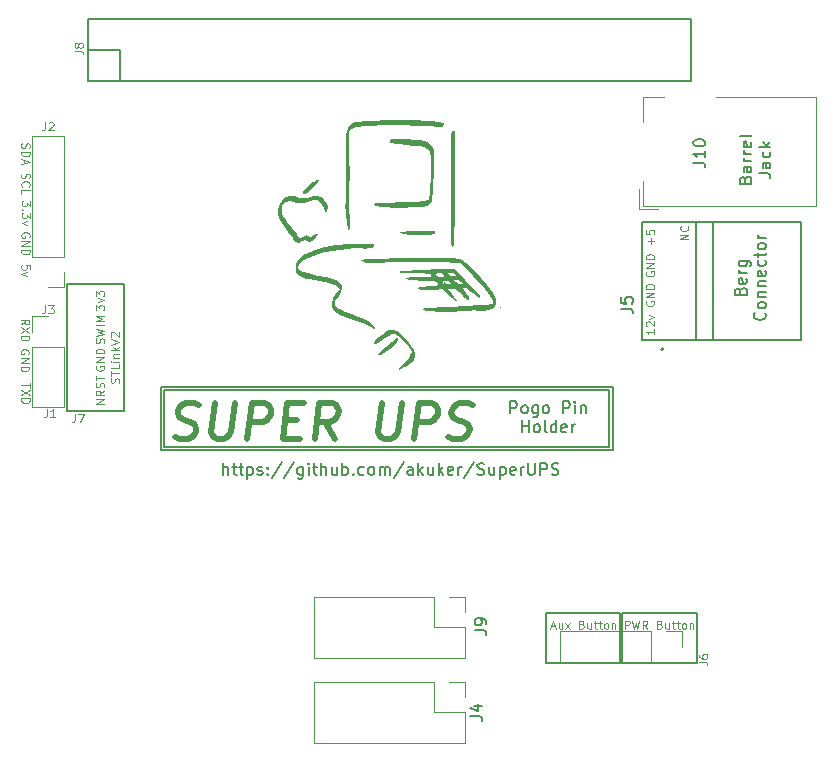
<source format=gto>
G04 #@! TF.GenerationSoftware,KiCad,Pcbnew,(6.0.4)*
G04 #@! TF.CreationDate,2022-07-19T21:48:52-05:00*
G04 #@! TF.ProjectId,ras_pi_supercap_ups,7261735f-7069-45f7-9375-706572636170,rev?*
G04 #@! TF.SameCoordinates,Original*
G04 #@! TF.FileFunction,Legend,Top*
G04 #@! TF.FilePolarity,Positive*
%FSLAX46Y46*%
G04 Gerber Fmt 4.6, Leading zero omitted, Abs format (unit mm)*
G04 Created by KiCad (PCBNEW (6.0.4)) date 2022-07-19 21:48:52*
%MOMM*%
%LPD*%
G01*
G04 APERTURE LIST*
%ADD10C,0.150000*%
%ADD11C,0.200000*%
%ADD12C,0.100000*%
%ADD13C,0.500000*%
%ADD14C,0.127000*%
%ADD15C,0.120000*%
%ADD16R,1.408000X1.408000*%
%ADD17C,1.408000*%
%ADD18R,1.700000X1.700000*%
%ADD19O,1.700000X1.700000*%
%ADD20C,2.700000*%
%ADD21R,1.800000X4.400000*%
%ADD22O,1.800000X4.000000*%
%ADD23O,4.000000X1.800000*%
G04 APERTURE END LIST*
D10*
X55060000Y-134059968D02*
X59967000Y-134059968D01*
X59967000Y-134059968D02*
X59967000Y-123280031D01*
X59967000Y-123280031D02*
X55060000Y-123280031D01*
X55060000Y-123280031D02*
X55060000Y-134059968D01*
X59600000Y-106100000D02*
X59600000Y-103500000D01*
X63320000Y-132280000D02*
X101020000Y-132280000D01*
X101020000Y-132280000D02*
X101020000Y-137126000D01*
X101020000Y-137126000D02*
X63320000Y-137126000D01*
X63320000Y-137126000D02*
X63320000Y-132280000D01*
D11*
X107900000Y-100900000D02*
X56900000Y-100900000D01*
X56900000Y-100900000D02*
X56900000Y-106100000D01*
X56900000Y-106100000D02*
X107900000Y-106100000D01*
X107900000Y-106100000D02*
X107900000Y-100900000D01*
D10*
X63052000Y-132026000D02*
X101320000Y-132026000D01*
X101320000Y-132026000D02*
X101320000Y-137414000D01*
X101320000Y-137414000D02*
X63052000Y-137414000D01*
X63052000Y-137414000D02*
X63052000Y-132026000D01*
X56900000Y-103500000D02*
X59600000Y-103500000D01*
X102100000Y-155400000D02*
X108400000Y-155400000D01*
X108400000Y-155400000D02*
X108400000Y-151200000D01*
X108400000Y-151200000D02*
X102100000Y-151200000D01*
X102100000Y-151200000D02*
X102100000Y-155400000D01*
X95650000Y-155400000D02*
X101950000Y-155400000D01*
X101950000Y-155400000D02*
X101950000Y-151200000D01*
X101950000Y-151200000D02*
X95650000Y-151200000D01*
X95650000Y-151200000D02*
X95650000Y-155400000D01*
D12*
X107716666Y-119550000D02*
X107016666Y-119550000D01*
X107716666Y-119150000D01*
X107016666Y-119150000D01*
X107650000Y-118416666D02*
X107683333Y-118450000D01*
X107716666Y-118550000D01*
X107716666Y-118616666D01*
X107683333Y-118716666D01*
X107616666Y-118783333D01*
X107550000Y-118816666D01*
X107416666Y-118850000D01*
X107316666Y-118850000D01*
X107183333Y-118816666D01*
X107116666Y-118783333D01*
X107050000Y-118716666D01*
X107016666Y-118616666D01*
X107016666Y-118550000D01*
X107050000Y-118450000D01*
X107083333Y-118416666D01*
D10*
X112523571Y-114490476D02*
X112571190Y-114347619D01*
X112618809Y-114300000D01*
X112714047Y-114252380D01*
X112856904Y-114252380D01*
X112952142Y-114300000D01*
X112999761Y-114347619D01*
X113047380Y-114442857D01*
X113047380Y-114823809D01*
X112047380Y-114823809D01*
X112047380Y-114490476D01*
X112095000Y-114395238D01*
X112142619Y-114347619D01*
X112237857Y-114300000D01*
X112333095Y-114300000D01*
X112428333Y-114347619D01*
X112475952Y-114395238D01*
X112523571Y-114490476D01*
X112523571Y-114823809D01*
X113047380Y-113395238D02*
X112523571Y-113395238D01*
X112428333Y-113442857D01*
X112380714Y-113538095D01*
X112380714Y-113728571D01*
X112428333Y-113823809D01*
X112999761Y-113395238D02*
X113047380Y-113490476D01*
X113047380Y-113728571D01*
X112999761Y-113823809D01*
X112904523Y-113871428D01*
X112809285Y-113871428D01*
X112714047Y-113823809D01*
X112666428Y-113728571D01*
X112666428Y-113490476D01*
X112618809Y-113395238D01*
X113047380Y-112919047D02*
X112380714Y-112919047D01*
X112571190Y-112919047D02*
X112475952Y-112871428D01*
X112428333Y-112823809D01*
X112380714Y-112728571D01*
X112380714Y-112633333D01*
X113047380Y-112300000D02*
X112380714Y-112300000D01*
X112571190Y-112300000D02*
X112475952Y-112252380D01*
X112428333Y-112204761D01*
X112380714Y-112109523D01*
X112380714Y-112014285D01*
X112999761Y-111300000D02*
X113047380Y-111395238D01*
X113047380Y-111585714D01*
X112999761Y-111680952D01*
X112904523Y-111728571D01*
X112523571Y-111728571D01*
X112428333Y-111680952D01*
X112380714Y-111585714D01*
X112380714Y-111395238D01*
X112428333Y-111300000D01*
X112523571Y-111252380D01*
X112618809Y-111252380D01*
X112714047Y-111728571D01*
X113047380Y-110680952D02*
X112999761Y-110776190D01*
X112904523Y-110823809D01*
X112047380Y-110823809D01*
X113657380Y-113942857D02*
X114371666Y-113942857D01*
X114514523Y-113990476D01*
X114609761Y-114085714D01*
X114657380Y-114228571D01*
X114657380Y-114323809D01*
X114657380Y-113038095D02*
X114133571Y-113038095D01*
X114038333Y-113085714D01*
X113990714Y-113180952D01*
X113990714Y-113371428D01*
X114038333Y-113466666D01*
X114609761Y-113038095D02*
X114657380Y-113133333D01*
X114657380Y-113371428D01*
X114609761Y-113466666D01*
X114514523Y-113514285D01*
X114419285Y-113514285D01*
X114324047Y-113466666D01*
X114276428Y-113371428D01*
X114276428Y-113133333D01*
X114228809Y-113038095D01*
X114609761Y-112133333D02*
X114657380Y-112228571D01*
X114657380Y-112419047D01*
X114609761Y-112514285D01*
X114562142Y-112561904D01*
X114466904Y-112609523D01*
X114181190Y-112609523D01*
X114085952Y-112561904D01*
X114038333Y-112514285D01*
X113990714Y-112419047D01*
X113990714Y-112228571D01*
X114038333Y-112133333D01*
X114657380Y-111704761D02*
X113657380Y-111704761D01*
X114276428Y-111609523D02*
X114657380Y-111323809D01*
X113990714Y-111323809D02*
X114371666Y-111704761D01*
X92629523Y-134267380D02*
X92629523Y-133267380D01*
X93010476Y-133267380D01*
X93105714Y-133315000D01*
X93153333Y-133362619D01*
X93200952Y-133457857D01*
X93200952Y-133600714D01*
X93153333Y-133695952D01*
X93105714Y-133743571D01*
X93010476Y-133791190D01*
X92629523Y-133791190D01*
X93772380Y-134267380D02*
X93677142Y-134219761D01*
X93629523Y-134172142D01*
X93581904Y-134076904D01*
X93581904Y-133791190D01*
X93629523Y-133695952D01*
X93677142Y-133648333D01*
X93772380Y-133600714D01*
X93915238Y-133600714D01*
X94010476Y-133648333D01*
X94058095Y-133695952D01*
X94105714Y-133791190D01*
X94105714Y-134076904D01*
X94058095Y-134172142D01*
X94010476Y-134219761D01*
X93915238Y-134267380D01*
X93772380Y-134267380D01*
X94962857Y-133600714D02*
X94962857Y-134410238D01*
X94915238Y-134505476D01*
X94867619Y-134553095D01*
X94772380Y-134600714D01*
X94629523Y-134600714D01*
X94534285Y-134553095D01*
X94962857Y-134219761D02*
X94867619Y-134267380D01*
X94677142Y-134267380D01*
X94581904Y-134219761D01*
X94534285Y-134172142D01*
X94486666Y-134076904D01*
X94486666Y-133791190D01*
X94534285Y-133695952D01*
X94581904Y-133648333D01*
X94677142Y-133600714D01*
X94867619Y-133600714D01*
X94962857Y-133648333D01*
X95581904Y-134267380D02*
X95486666Y-134219761D01*
X95439047Y-134172142D01*
X95391428Y-134076904D01*
X95391428Y-133791190D01*
X95439047Y-133695952D01*
X95486666Y-133648333D01*
X95581904Y-133600714D01*
X95724761Y-133600714D01*
X95820000Y-133648333D01*
X95867619Y-133695952D01*
X95915238Y-133791190D01*
X95915238Y-134076904D01*
X95867619Y-134172142D01*
X95820000Y-134219761D01*
X95724761Y-134267380D01*
X95581904Y-134267380D01*
X97105714Y-134267380D02*
X97105714Y-133267380D01*
X97486666Y-133267380D01*
X97581904Y-133315000D01*
X97629523Y-133362619D01*
X97677142Y-133457857D01*
X97677142Y-133600714D01*
X97629523Y-133695952D01*
X97581904Y-133743571D01*
X97486666Y-133791190D01*
X97105714Y-133791190D01*
X98105714Y-134267380D02*
X98105714Y-133600714D01*
X98105714Y-133267380D02*
X98058095Y-133315000D01*
X98105714Y-133362619D01*
X98153333Y-133315000D01*
X98105714Y-133267380D01*
X98105714Y-133362619D01*
X98581904Y-133600714D02*
X98581904Y-134267380D01*
X98581904Y-133695952D02*
X98629523Y-133648333D01*
X98724761Y-133600714D01*
X98867619Y-133600714D01*
X98962857Y-133648333D01*
X99010476Y-133743571D01*
X99010476Y-134267380D01*
X93629523Y-135877380D02*
X93629523Y-134877380D01*
X93629523Y-135353571D02*
X94200952Y-135353571D01*
X94200952Y-135877380D02*
X94200952Y-134877380D01*
X94820000Y-135877380D02*
X94724761Y-135829761D01*
X94677142Y-135782142D01*
X94629523Y-135686904D01*
X94629523Y-135401190D01*
X94677142Y-135305952D01*
X94724761Y-135258333D01*
X94820000Y-135210714D01*
X94962857Y-135210714D01*
X95058095Y-135258333D01*
X95105714Y-135305952D01*
X95153333Y-135401190D01*
X95153333Y-135686904D01*
X95105714Y-135782142D01*
X95058095Y-135829761D01*
X94962857Y-135877380D01*
X94820000Y-135877380D01*
X95724761Y-135877380D02*
X95629523Y-135829761D01*
X95581904Y-135734523D01*
X95581904Y-134877380D01*
X96534285Y-135877380D02*
X96534285Y-134877380D01*
X96534285Y-135829761D02*
X96439047Y-135877380D01*
X96248571Y-135877380D01*
X96153333Y-135829761D01*
X96105714Y-135782142D01*
X96058095Y-135686904D01*
X96058095Y-135401190D01*
X96105714Y-135305952D01*
X96153333Y-135258333D01*
X96248571Y-135210714D01*
X96439047Y-135210714D01*
X96534285Y-135258333D01*
X97391428Y-135829761D02*
X97296190Y-135877380D01*
X97105714Y-135877380D01*
X97010476Y-135829761D01*
X96962857Y-135734523D01*
X96962857Y-135353571D01*
X97010476Y-135258333D01*
X97105714Y-135210714D01*
X97296190Y-135210714D01*
X97391428Y-135258333D01*
X97439047Y-135353571D01*
X97439047Y-135448809D01*
X96962857Y-135544047D01*
X97867619Y-135877380D02*
X97867619Y-135210714D01*
X97867619Y-135401190D02*
X97915238Y-135305952D01*
X97962857Y-135258333D01*
X98058095Y-135210714D01*
X98153333Y-135210714D01*
D12*
X51278666Y-113974666D02*
X51245333Y-114074666D01*
X51245333Y-114241333D01*
X51278666Y-114308000D01*
X51312000Y-114341333D01*
X51378666Y-114374666D01*
X51445333Y-114374666D01*
X51512000Y-114341333D01*
X51545333Y-114308000D01*
X51578666Y-114241333D01*
X51612000Y-114108000D01*
X51645333Y-114041333D01*
X51678666Y-114008000D01*
X51745333Y-113974666D01*
X51812000Y-113974666D01*
X51878666Y-114008000D01*
X51912000Y-114041333D01*
X51945333Y-114108000D01*
X51945333Y-114274666D01*
X51912000Y-114374666D01*
X51312000Y-115074666D02*
X51278666Y-115041333D01*
X51245333Y-114941333D01*
X51245333Y-114874666D01*
X51278666Y-114774666D01*
X51345333Y-114708000D01*
X51412000Y-114674666D01*
X51545333Y-114641333D01*
X51645333Y-114641333D01*
X51778666Y-114674666D01*
X51845333Y-114708000D01*
X51912000Y-114774666D01*
X51945333Y-114874666D01*
X51945333Y-114941333D01*
X51912000Y-115041333D01*
X51878666Y-115074666D01*
X51245333Y-115708000D02*
X51245333Y-115374666D01*
X51945333Y-115374666D01*
D13*
X64245267Y-136278285D02*
X64655982Y-136421142D01*
X65370267Y-136421142D01*
X65673839Y-136278285D01*
X65834553Y-136135428D01*
X66013125Y-135849714D01*
X66048839Y-135564000D01*
X65941696Y-135278285D01*
X65816696Y-135135428D01*
X65548839Y-134992571D01*
X64995267Y-134849714D01*
X64727410Y-134706857D01*
X64602410Y-134564000D01*
X64495267Y-134278285D01*
X64530982Y-133992571D01*
X64709553Y-133706857D01*
X64870267Y-133564000D01*
X65173839Y-133421142D01*
X65888125Y-133421142D01*
X66298839Y-133564000D01*
X67602410Y-133421142D02*
X67298839Y-135849714D01*
X67405982Y-136135428D01*
X67530982Y-136278285D01*
X67798839Y-136421142D01*
X68370267Y-136421142D01*
X68673839Y-136278285D01*
X68834553Y-136135428D01*
X69013125Y-135849714D01*
X69316696Y-133421142D01*
X70370267Y-136421142D02*
X70745267Y-133421142D01*
X71888125Y-133421142D01*
X72155982Y-133564000D01*
X72280982Y-133706857D01*
X72388125Y-133992571D01*
X72334553Y-134421142D01*
X72155982Y-134706857D01*
X71995267Y-134849714D01*
X71691696Y-134992571D01*
X70548839Y-134992571D01*
X73566696Y-134849714D02*
X74566696Y-134849714D01*
X74798839Y-136421142D02*
X73370267Y-136421142D01*
X73745267Y-133421142D01*
X75173839Y-133421142D01*
X77798839Y-136421142D02*
X76977410Y-134992571D01*
X76084553Y-136421142D02*
X76459553Y-133421142D01*
X77602410Y-133421142D01*
X77870267Y-133564000D01*
X77995267Y-133706857D01*
X78102410Y-133992571D01*
X78048839Y-134421142D01*
X77870267Y-134706857D01*
X77709553Y-134849714D01*
X77405982Y-134992571D01*
X76263125Y-134992571D01*
X81745267Y-133421142D02*
X81441696Y-135849714D01*
X81548839Y-136135428D01*
X81673839Y-136278285D01*
X81941696Y-136421142D01*
X82513125Y-136421142D01*
X82816696Y-136278285D01*
X82977410Y-136135428D01*
X83155982Y-135849714D01*
X83459553Y-133421142D01*
X84513125Y-136421142D02*
X84888125Y-133421142D01*
X86030982Y-133421142D01*
X86298839Y-133564000D01*
X86423839Y-133706857D01*
X86530982Y-133992571D01*
X86477410Y-134421142D01*
X86298839Y-134706857D01*
X86138125Y-134849714D01*
X85834553Y-134992571D01*
X84691696Y-134992571D01*
X87388125Y-136278285D02*
X87798839Y-136421142D01*
X88513125Y-136421142D01*
X88816696Y-136278285D01*
X88977410Y-136135428D01*
X89155982Y-135849714D01*
X89191696Y-135564000D01*
X89084553Y-135278285D01*
X88959553Y-135135428D01*
X88691696Y-134992571D01*
X88138125Y-134849714D01*
X87870267Y-134706857D01*
X87745267Y-134564000D01*
X87638125Y-134278285D01*
X87673839Y-133992571D01*
X87852410Y-133706857D01*
X88013125Y-133564000D01*
X88316696Y-133421142D01*
X89030982Y-133421142D01*
X89441696Y-133564000D01*
D12*
X96098333Y-152316666D02*
X96431666Y-152316666D01*
X96031666Y-152516666D02*
X96265000Y-151816666D01*
X96498333Y-152516666D01*
X97031666Y-152050000D02*
X97031666Y-152516666D01*
X96731666Y-152050000D02*
X96731666Y-152416666D01*
X96765000Y-152483333D01*
X96831666Y-152516666D01*
X96931666Y-152516666D01*
X96998333Y-152483333D01*
X97031666Y-152450000D01*
X97298333Y-152516666D02*
X97665000Y-152050000D01*
X97298333Y-152050000D02*
X97665000Y-152516666D01*
X98698333Y-152150000D02*
X98798333Y-152183333D01*
X98831666Y-152216666D01*
X98865000Y-152283333D01*
X98865000Y-152383333D01*
X98831666Y-152450000D01*
X98798333Y-152483333D01*
X98731666Y-152516666D01*
X98465000Y-152516666D01*
X98465000Y-151816666D01*
X98698333Y-151816666D01*
X98765000Y-151850000D01*
X98798333Y-151883333D01*
X98831666Y-151950000D01*
X98831666Y-152016666D01*
X98798333Y-152083333D01*
X98765000Y-152116666D01*
X98698333Y-152150000D01*
X98465000Y-152150000D01*
X99465000Y-152050000D02*
X99465000Y-152516666D01*
X99165000Y-152050000D02*
X99165000Y-152416666D01*
X99198333Y-152483333D01*
X99265000Y-152516666D01*
X99365000Y-152516666D01*
X99431666Y-152483333D01*
X99465000Y-152450000D01*
X99698333Y-152050000D02*
X99965000Y-152050000D01*
X99798333Y-151816666D02*
X99798333Y-152416666D01*
X99831666Y-152483333D01*
X99898333Y-152516666D01*
X99965000Y-152516666D01*
X100098333Y-152050000D02*
X100365000Y-152050000D01*
X100198333Y-151816666D02*
X100198333Y-152416666D01*
X100231666Y-152483333D01*
X100298333Y-152516666D01*
X100365000Y-152516666D01*
X100698333Y-152516666D02*
X100631666Y-152483333D01*
X100598333Y-152450000D01*
X100565000Y-152383333D01*
X100565000Y-152183333D01*
X100598333Y-152116666D01*
X100631666Y-152083333D01*
X100698333Y-152050000D01*
X100798333Y-152050000D01*
X100865000Y-152083333D01*
X100898333Y-152116666D01*
X100931666Y-152183333D01*
X100931666Y-152383333D01*
X100898333Y-152450000D01*
X100865000Y-152483333D01*
X100798333Y-152516666D01*
X100698333Y-152516666D01*
X101231666Y-152050000D02*
X101231666Y-152516666D01*
X101231666Y-152116666D02*
X101265000Y-152083333D01*
X101331666Y-152050000D01*
X101431666Y-152050000D01*
X101498333Y-152083333D01*
X101531666Y-152150000D01*
X101531666Y-152516666D01*
X51912000Y-119354666D02*
X51945333Y-119288000D01*
X51945333Y-119188000D01*
X51912000Y-119088000D01*
X51845333Y-119021333D01*
X51778666Y-118988000D01*
X51645333Y-118954666D01*
X51545333Y-118954666D01*
X51412000Y-118988000D01*
X51345333Y-119021333D01*
X51278666Y-119088000D01*
X51245333Y-119188000D01*
X51245333Y-119254666D01*
X51278666Y-119354666D01*
X51312000Y-119388000D01*
X51545333Y-119388000D01*
X51545333Y-119254666D01*
X51245333Y-119688000D02*
X51945333Y-119688000D01*
X51245333Y-120088000D01*
X51945333Y-120088000D01*
X51245333Y-120421333D02*
X51945333Y-120421333D01*
X51945333Y-120588000D01*
X51912000Y-120688000D01*
X51845333Y-120754666D01*
X51778666Y-120788000D01*
X51645333Y-120821333D01*
X51545333Y-120821333D01*
X51412000Y-120788000D01*
X51345333Y-120754666D01*
X51278666Y-120688000D01*
X51245333Y-120588000D01*
X51245333Y-120421333D01*
D10*
X68323333Y-139472380D02*
X68323333Y-138472380D01*
X68751904Y-139472380D02*
X68751904Y-138948571D01*
X68704285Y-138853333D01*
X68609047Y-138805714D01*
X68466190Y-138805714D01*
X68370952Y-138853333D01*
X68323333Y-138900952D01*
X69085238Y-138805714D02*
X69466190Y-138805714D01*
X69228095Y-138472380D02*
X69228095Y-139329523D01*
X69275714Y-139424761D01*
X69370952Y-139472380D01*
X69466190Y-139472380D01*
X69656666Y-138805714D02*
X70037619Y-138805714D01*
X69799523Y-138472380D02*
X69799523Y-139329523D01*
X69847142Y-139424761D01*
X69942380Y-139472380D01*
X70037619Y-139472380D01*
X70370952Y-138805714D02*
X70370952Y-139805714D01*
X70370952Y-138853333D02*
X70466190Y-138805714D01*
X70656666Y-138805714D01*
X70751904Y-138853333D01*
X70799523Y-138900952D01*
X70847142Y-138996190D01*
X70847142Y-139281904D01*
X70799523Y-139377142D01*
X70751904Y-139424761D01*
X70656666Y-139472380D01*
X70466190Y-139472380D01*
X70370952Y-139424761D01*
X71228095Y-139424761D02*
X71323333Y-139472380D01*
X71513809Y-139472380D01*
X71609047Y-139424761D01*
X71656666Y-139329523D01*
X71656666Y-139281904D01*
X71609047Y-139186666D01*
X71513809Y-139139047D01*
X71370952Y-139139047D01*
X71275714Y-139091428D01*
X71228095Y-138996190D01*
X71228095Y-138948571D01*
X71275714Y-138853333D01*
X71370952Y-138805714D01*
X71513809Y-138805714D01*
X71609047Y-138853333D01*
X72085238Y-139377142D02*
X72132857Y-139424761D01*
X72085238Y-139472380D01*
X72037619Y-139424761D01*
X72085238Y-139377142D01*
X72085238Y-139472380D01*
X72085238Y-138853333D02*
X72132857Y-138900952D01*
X72085238Y-138948571D01*
X72037619Y-138900952D01*
X72085238Y-138853333D01*
X72085238Y-138948571D01*
X73275714Y-138424761D02*
X72418571Y-139710476D01*
X74323333Y-138424761D02*
X73466190Y-139710476D01*
X75085238Y-138805714D02*
X75085238Y-139615238D01*
X75037619Y-139710476D01*
X74990000Y-139758095D01*
X74894761Y-139805714D01*
X74751904Y-139805714D01*
X74656666Y-139758095D01*
X75085238Y-139424761D02*
X74990000Y-139472380D01*
X74799523Y-139472380D01*
X74704285Y-139424761D01*
X74656666Y-139377142D01*
X74609047Y-139281904D01*
X74609047Y-138996190D01*
X74656666Y-138900952D01*
X74704285Y-138853333D01*
X74799523Y-138805714D01*
X74990000Y-138805714D01*
X75085238Y-138853333D01*
X75561428Y-139472380D02*
X75561428Y-138805714D01*
X75561428Y-138472380D02*
X75513809Y-138520000D01*
X75561428Y-138567619D01*
X75609047Y-138520000D01*
X75561428Y-138472380D01*
X75561428Y-138567619D01*
X75894761Y-138805714D02*
X76275714Y-138805714D01*
X76037619Y-138472380D02*
X76037619Y-139329523D01*
X76085238Y-139424761D01*
X76180476Y-139472380D01*
X76275714Y-139472380D01*
X76609047Y-139472380D02*
X76609047Y-138472380D01*
X77037619Y-139472380D02*
X77037619Y-138948571D01*
X76990000Y-138853333D01*
X76894761Y-138805714D01*
X76751904Y-138805714D01*
X76656666Y-138853333D01*
X76609047Y-138900952D01*
X77942380Y-138805714D02*
X77942380Y-139472380D01*
X77513809Y-138805714D02*
X77513809Y-139329523D01*
X77561428Y-139424761D01*
X77656666Y-139472380D01*
X77799523Y-139472380D01*
X77894761Y-139424761D01*
X77942380Y-139377142D01*
X78418571Y-139472380D02*
X78418571Y-138472380D01*
X78418571Y-138853333D02*
X78513809Y-138805714D01*
X78704285Y-138805714D01*
X78799523Y-138853333D01*
X78847142Y-138900952D01*
X78894761Y-138996190D01*
X78894761Y-139281904D01*
X78847142Y-139377142D01*
X78799523Y-139424761D01*
X78704285Y-139472380D01*
X78513809Y-139472380D01*
X78418571Y-139424761D01*
X79323333Y-139377142D02*
X79370952Y-139424761D01*
X79323333Y-139472380D01*
X79275714Y-139424761D01*
X79323333Y-139377142D01*
X79323333Y-139472380D01*
X80228095Y-139424761D02*
X80132857Y-139472380D01*
X79942380Y-139472380D01*
X79847142Y-139424761D01*
X79799523Y-139377142D01*
X79751904Y-139281904D01*
X79751904Y-138996190D01*
X79799523Y-138900952D01*
X79847142Y-138853333D01*
X79942380Y-138805714D01*
X80132857Y-138805714D01*
X80228095Y-138853333D01*
X80799523Y-139472380D02*
X80704285Y-139424761D01*
X80656666Y-139377142D01*
X80609047Y-139281904D01*
X80609047Y-138996190D01*
X80656666Y-138900952D01*
X80704285Y-138853333D01*
X80799523Y-138805714D01*
X80942380Y-138805714D01*
X81037619Y-138853333D01*
X81085238Y-138900952D01*
X81132857Y-138996190D01*
X81132857Y-139281904D01*
X81085238Y-139377142D01*
X81037619Y-139424761D01*
X80942380Y-139472380D01*
X80799523Y-139472380D01*
X81561428Y-139472380D02*
X81561428Y-138805714D01*
X81561428Y-138900952D02*
X81609047Y-138853333D01*
X81704285Y-138805714D01*
X81847142Y-138805714D01*
X81942380Y-138853333D01*
X81990000Y-138948571D01*
X81990000Y-139472380D01*
X81990000Y-138948571D02*
X82037619Y-138853333D01*
X82132857Y-138805714D01*
X82275714Y-138805714D01*
X82370952Y-138853333D01*
X82418571Y-138948571D01*
X82418571Y-139472380D01*
X83609047Y-138424761D02*
X82751904Y-139710476D01*
X84370952Y-139472380D02*
X84370952Y-138948571D01*
X84323333Y-138853333D01*
X84228095Y-138805714D01*
X84037619Y-138805714D01*
X83942380Y-138853333D01*
X84370952Y-139424761D02*
X84275714Y-139472380D01*
X84037619Y-139472380D01*
X83942380Y-139424761D01*
X83894761Y-139329523D01*
X83894761Y-139234285D01*
X83942380Y-139139047D01*
X84037619Y-139091428D01*
X84275714Y-139091428D01*
X84370952Y-139043809D01*
X84847142Y-139472380D02*
X84847142Y-138472380D01*
X84942380Y-139091428D02*
X85228095Y-139472380D01*
X85228095Y-138805714D02*
X84847142Y-139186666D01*
X86085238Y-138805714D02*
X86085238Y-139472380D01*
X85656666Y-138805714D02*
X85656666Y-139329523D01*
X85704285Y-139424761D01*
X85799523Y-139472380D01*
X85942380Y-139472380D01*
X86037619Y-139424761D01*
X86085238Y-139377142D01*
X86561428Y-139472380D02*
X86561428Y-138472380D01*
X86656666Y-139091428D02*
X86942380Y-139472380D01*
X86942380Y-138805714D02*
X86561428Y-139186666D01*
X87751904Y-139424761D02*
X87656666Y-139472380D01*
X87466190Y-139472380D01*
X87370952Y-139424761D01*
X87323333Y-139329523D01*
X87323333Y-138948571D01*
X87370952Y-138853333D01*
X87466190Y-138805714D01*
X87656666Y-138805714D01*
X87751904Y-138853333D01*
X87799523Y-138948571D01*
X87799523Y-139043809D01*
X87323333Y-139139047D01*
X88228095Y-139472380D02*
X88228095Y-138805714D01*
X88228095Y-138996190D02*
X88275714Y-138900952D01*
X88323333Y-138853333D01*
X88418571Y-138805714D01*
X88513809Y-138805714D01*
X89561428Y-138424761D02*
X88704285Y-139710476D01*
X89847142Y-139424761D02*
X89990000Y-139472380D01*
X90228095Y-139472380D01*
X90323333Y-139424761D01*
X90370952Y-139377142D01*
X90418571Y-139281904D01*
X90418571Y-139186666D01*
X90370952Y-139091428D01*
X90323333Y-139043809D01*
X90228095Y-138996190D01*
X90037619Y-138948571D01*
X89942380Y-138900952D01*
X89894761Y-138853333D01*
X89847142Y-138758095D01*
X89847142Y-138662857D01*
X89894761Y-138567619D01*
X89942380Y-138520000D01*
X90037619Y-138472380D01*
X90275714Y-138472380D01*
X90418571Y-138520000D01*
X91275714Y-138805714D02*
X91275714Y-139472380D01*
X90847142Y-138805714D02*
X90847142Y-139329523D01*
X90894761Y-139424761D01*
X90990000Y-139472380D01*
X91132857Y-139472380D01*
X91228095Y-139424761D01*
X91275714Y-139377142D01*
X91751904Y-138805714D02*
X91751904Y-139805714D01*
X91751904Y-138853333D02*
X91847142Y-138805714D01*
X92037619Y-138805714D01*
X92132857Y-138853333D01*
X92180476Y-138900952D01*
X92228095Y-138996190D01*
X92228095Y-139281904D01*
X92180476Y-139377142D01*
X92132857Y-139424761D01*
X92037619Y-139472380D01*
X91847142Y-139472380D01*
X91751904Y-139424761D01*
X93037619Y-139424761D02*
X92942380Y-139472380D01*
X92751904Y-139472380D01*
X92656666Y-139424761D01*
X92609047Y-139329523D01*
X92609047Y-138948571D01*
X92656666Y-138853333D01*
X92751904Y-138805714D01*
X92942380Y-138805714D01*
X93037619Y-138853333D01*
X93085238Y-138948571D01*
X93085238Y-139043809D01*
X92609047Y-139139047D01*
X93513809Y-139472380D02*
X93513809Y-138805714D01*
X93513809Y-138996190D02*
X93561428Y-138900952D01*
X93609047Y-138853333D01*
X93704285Y-138805714D01*
X93799523Y-138805714D01*
X94132857Y-138472380D02*
X94132857Y-139281904D01*
X94180476Y-139377142D01*
X94228095Y-139424761D01*
X94323333Y-139472380D01*
X94513809Y-139472380D01*
X94609047Y-139424761D01*
X94656666Y-139377142D01*
X94704285Y-139281904D01*
X94704285Y-138472380D01*
X95180476Y-139472380D02*
X95180476Y-138472380D01*
X95561428Y-138472380D01*
X95656666Y-138520000D01*
X95704285Y-138567619D01*
X95751904Y-138662857D01*
X95751904Y-138805714D01*
X95704285Y-138900952D01*
X95656666Y-138948571D01*
X95561428Y-138996190D01*
X95180476Y-138996190D01*
X96132857Y-139424761D02*
X96275714Y-139472380D01*
X96513809Y-139472380D01*
X96609047Y-139424761D01*
X96656666Y-139377142D01*
X96704285Y-139281904D01*
X96704285Y-139186666D01*
X96656666Y-139091428D01*
X96609047Y-139043809D01*
X96513809Y-138996190D01*
X96323333Y-138948571D01*
X96228095Y-138900952D01*
X96180476Y-138853333D01*
X96132857Y-138758095D01*
X96132857Y-138662857D01*
X96180476Y-138567619D01*
X96228095Y-138520000D01*
X96323333Y-138472380D01*
X96561428Y-138472380D01*
X96704285Y-138520000D01*
D12*
X59465333Y-131690000D02*
X59498666Y-131590000D01*
X59498666Y-131423333D01*
X59465333Y-131356666D01*
X59432000Y-131323333D01*
X59365333Y-131290000D01*
X59298666Y-131290000D01*
X59232000Y-131323333D01*
X59198666Y-131356666D01*
X59165333Y-131423333D01*
X59132000Y-131556666D01*
X59098666Y-131623333D01*
X59065333Y-131656666D01*
X58998666Y-131690000D01*
X58932000Y-131690000D01*
X58865333Y-131656666D01*
X58832000Y-131623333D01*
X58798666Y-131556666D01*
X58798666Y-131390000D01*
X58832000Y-131290000D01*
X58798666Y-131090000D02*
X58798666Y-130690000D01*
X59498666Y-130890000D02*
X58798666Y-130890000D01*
X59498666Y-130123333D02*
X59498666Y-130456666D01*
X58798666Y-130456666D01*
X59498666Y-129890000D02*
X59032000Y-129890000D01*
X58798666Y-129890000D02*
X58832000Y-129923333D01*
X58865333Y-129890000D01*
X58832000Y-129856666D01*
X58798666Y-129890000D01*
X58865333Y-129890000D01*
X59032000Y-129556666D02*
X59498666Y-129556666D01*
X59098666Y-129556666D02*
X59065333Y-129523333D01*
X59032000Y-129456666D01*
X59032000Y-129356666D01*
X59065333Y-129290000D01*
X59132000Y-129256666D01*
X59498666Y-129256666D01*
X59498666Y-128923333D02*
X58798666Y-128923333D01*
X59232000Y-128856666D02*
X59498666Y-128656666D01*
X59032000Y-128656666D02*
X59298666Y-128923333D01*
X58798666Y-128456666D02*
X59498666Y-128223333D01*
X58798666Y-127990000D01*
X58865333Y-127790000D02*
X58832000Y-127756666D01*
X58798666Y-127690000D01*
X58798666Y-127523333D01*
X58832000Y-127456666D01*
X58865333Y-127423333D01*
X58932000Y-127390000D01*
X58998666Y-127390000D01*
X59098666Y-127423333D01*
X59498666Y-127823333D01*
X59498666Y-127390000D01*
X51183333Y-126733333D02*
X51516666Y-126500000D01*
X51183333Y-126333333D02*
X51883333Y-126333333D01*
X51883333Y-126600000D01*
X51850000Y-126666666D01*
X51816666Y-126700000D01*
X51750000Y-126733333D01*
X51650000Y-126733333D01*
X51583333Y-126700000D01*
X51550000Y-126666666D01*
X51516666Y-126600000D01*
X51516666Y-126333333D01*
X51883333Y-126966666D02*
X51183333Y-127433333D01*
X51883333Y-127433333D02*
X51183333Y-126966666D01*
X51183333Y-127700000D02*
X51883333Y-127700000D01*
X51883333Y-127866666D01*
X51850000Y-127966666D01*
X51783333Y-128033333D01*
X51716666Y-128066666D01*
X51583333Y-128100000D01*
X51483333Y-128100000D01*
X51350000Y-128066666D01*
X51283333Y-128033333D01*
X51216666Y-127966666D01*
X51183333Y-127866666D01*
X51183333Y-127700000D01*
X51278666Y-111418000D02*
X51245333Y-111518000D01*
X51245333Y-111684666D01*
X51278666Y-111751333D01*
X51312000Y-111784666D01*
X51378666Y-111818000D01*
X51445333Y-111818000D01*
X51512000Y-111784666D01*
X51545333Y-111751333D01*
X51578666Y-111684666D01*
X51612000Y-111551333D01*
X51645333Y-111484666D01*
X51678666Y-111451333D01*
X51745333Y-111418000D01*
X51812000Y-111418000D01*
X51878666Y-111451333D01*
X51912000Y-111484666D01*
X51945333Y-111551333D01*
X51945333Y-111718000D01*
X51912000Y-111818000D01*
X51245333Y-112118000D02*
X51945333Y-112118000D01*
X51945333Y-112284666D01*
X51912000Y-112384666D01*
X51845333Y-112451333D01*
X51778666Y-112484666D01*
X51645333Y-112518000D01*
X51545333Y-112518000D01*
X51412000Y-112484666D01*
X51345333Y-112451333D01*
X51278666Y-112384666D01*
X51245333Y-112284666D01*
X51245333Y-112118000D01*
X51445333Y-112784666D02*
X51445333Y-113118000D01*
X51245333Y-112718000D02*
X51945333Y-112951333D01*
X51245333Y-113184666D01*
X57528666Y-125547333D02*
X57528666Y-125114000D01*
X57795333Y-125347333D01*
X57795333Y-125247333D01*
X57828666Y-125180666D01*
X57862000Y-125147333D01*
X57928666Y-125114000D01*
X58095333Y-125114000D01*
X58162000Y-125147333D01*
X58195333Y-125180666D01*
X58228666Y-125247333D01*
X58228666Y-125447333D01*
X58195333Y-125514000D01*
X58162000Y-125547333D01*
X57762000Y-124880666D02*
X58228666Y-124714000D01*
X57762000Y-124547333D01*
X57528666Y-124347333D02*
X57528666Y-123914000D01*
X57795333Y-124147333D01*
X57795333Y-124047333D01*
X57828666Y-123980666D01*
X57862000Y-123947333D01*
X57928666Y-123914000D01*
X58095333Y-123914000D01*
X58162000Y-123947333D01*
X58195333Y-123980666D01*
X58228666Y-124047333D01*
X58228666Y-124247333D01*
X58195333Y-124314000D01*
X58162000Y-124347333D01*
X58195333Y-128326221D02*
X58228666Y-128226221D01*
X58228666Y-128059555D01*
X58195333Y-127992888D01*
X58162000Y-127959555D01*
X58095333Y-127926221D01*
X58028666Y-127926221D01*
X57962000Y-127959555D01*
X57928666Y-127992888D01*
X57895333Y-128059555D01*
X57862000Y-128192888D01*
X57828666Y-128259555D01*
X57795333Y-128292888D01*
X57728666Y-128326221D01*
X57662000Y-128326221D01*
X57595333Y-128292888D01*
X57562000Y-128259555D01*
X57528666Y-128192888D01*
X57528666Y-128026221D01*
X57562000Y-127926221D01*
X57528666Y-127692888D02*
X58228666Y-127526221D01*
X57728666Y-127392888D01*
X58228666Y-127259555D01*
X57528666Y-127092888D01*
X58228666Y-126826221D02*
X57528666Y-126826221D01*
X58228666Y-126492888D02*
X57528666Y-126492888D01*
X58028666Y-126259555D01*
X57528666Y-126026221D01*
X58228666Y-126026221D01*
X57562000Y-130271777D02*
X57528666Y-130338444D01*
X57528666Y-130438444D01*
X57562000Y-130538444D01*
X57628666Y-130605110D01*
X57695333Y-130638444D01*
X57828666Y-130671777D01*
X57928666Y-130671777D01*
X58062000Y-130638444D01*
X58128666Y-130605110D01*
X58195333Y-130538444D01*
X58228666Y-130438444D01*
X58228666Y-130371777D01*
X58195333Y-130271777D01*
X58162000Y-130238444D01*
X57928666Y-130238444D01*
X57928666Y-130371777D01*
X58228666Y-129938444D02*
X57528666Y-129938444D01*
X58228666Y-129538444D01*
X57528666Y-129538444D01*
X58228666Y-129205110D02*
X57528666Y-129205110D01*
X57528666Y-129038444D01*
X57562000Y-128938444D01*
X57628666Y-128871777D01*
X57695333Y-128838444D01*
X57828666Y-128805110D01*
X57928666Y-128805110D01*
X58062000Y-128838444D01*
X58128666Y-128871777D01*
X58195333Y-128938444D01*
X58228666Y-129038444D01*
X58228666Y-129205110D01*
X51983333Y-116300000D02*
X51983333Y-116733333D01*
X51716666Y-116500000D01*
X51716666Y-116600000D01*
X51683333Y-116666666D01*
X51650000Y-116700000D01*
X51583333Y-116733333D01*
X51416666Y-116733333D01*
X51350000Y-116700000D01*
X51316666Y-116666666D01*
X51283333Y-116600000D01*
X51283333Y-116400000D01*
X51316666Y-116333333D01*
X51350000Y-116300000D01*
X51350000Y-117033333D02*
X51316666Y-117066666D01*
X51283333Y-117033333D01*
X51316666Y-117000000D01*
X51350000Y-117033333D01*
X51283333Y-117033333D01*
X51983333Y-117300000D02*
X51983333Y-117733333D01*
X51716666Y-117500000D01*
X51716666Y-117600000D01*
X51683333Y-117666666D01*
X51650000Y-117700000D01*
X51583333Y-117733333D01*
X51416666Y-117733333D01*
X51350000Y-117700000D01*
X51316666Y-117666666D01*
X51283333Y-117600000D01*
X51283333Y-117400000D01*
X51316666Y-117333333D01*
X51350000Y-117300000D01*
X51750000Y-117966666D02*
X51283333Y-118133333D01*
X51750000Y-118300000D01*
X51945333Y-131704666D02*
X51945333Y-132104666D01*
X51245333Y-131904666D02*
X51945333Y-131904666D01*
X51945333Y-132271333D02*
X51245333Y-132738000D01*
X51945333Y-132738000D02*
X51245333Y-132271333D01*
X51245333Y-133004666D02*
X51945333Y-133004666D01*
X51945333Y-133171333D01*
X51912000Y-133271333D01*
X51845333Y-133338000D01*
X51778666Y-133371333D01*
X51645333Y-133404666D01*
X51545333Y-133404666D01*
X51412000Y-133371333D01*
X51345333Y-133338000D01*
X51278666Y-133271333D01*
X51245333Y-133171333D01*
X51245333Y-133004666D01*
D10*
X112123571Y-123919047D02*
X112171190Y-123776190D01*
X112218809Y-123728571D01*
X112314047Y-123680952D01*
X112456904Y-123680952D01*
X112552142Y-123728571D01*
X112599761Y-123776190D01*
X112647380Y-123871428D01*
X112647380Y-124252380D01*
X111647380Y-124252380D01*
X111647380Y-123919047D01*
X111695000Y-123823809D01*
X111742619Y-123776190D01*
X111837857Y-123728571D01*
X111933095Y-123728571D01*
X112028333Y-123776190D01*
X112075952Y-123823809D01*
X112123571Y-123919047D01*
X112123571Y-124252380D01*
X112599761Y-122871428D02*
X112647380Y-122966666D01*
X112647380Y-123157142D01*
X112599761Y-123252380D01*
X112504523Y-123300000D01*
X112123571Y-123300000D01*
X112028333Y-123252380D01*
X111980714Y-123157142D01*
X111980714Y-122966666D01*
X112028333Y-122871428D01*
X112123571Y-122823809D01*
X112218809Y-122823809D01*
X112314047Y-123300000D01*
X112647380Y-122395238D02*
X111980714Y-122395238D01*
X112171190Y-122395238D02*
X112075952Y-122347619D01*
X112028333Y-122300000D01*
X111980714Y-122204761D01*
X111980714Y-122109523D01*
X111980714Y-121347619D02*
X112790238Y-121347619D01*
X112885476Y-121395238D01*
X112933095Y-121442857D01*
X112980714Y-121538095D01*
X112980714Y-121680952D01*
X112933095Y-121776190D01*
X112599761Y-121347619D02*
X112647380Y-121442857D01*
X112647380Y-121633333D01*
X112599761Y-121728571D01*
X112552142Y-121776190D01*
X112456904Y-121823809D01*
X112171190Y-121823809D01*
X112075952Y-121776190D01*
X112028333Y-121728571D01*
X111980714Y-121633333D01*
X111980714Y-121442857D01*
X112028333Y-121347619D01*
X114162142Y-125752380D02*
X114209761Y-125800000D01*
X114257380Y-125942857D01*
X114257380Y-126038095D01*
X114209761Y-126180952D01*
X114114523Y-126276190D01*
X114019285Y-126323809D01*
X113828809Y-126371428D01*
X113685952Y-126371428D01*
X113495476Y-126323809D01*
X113400238Y-126276190D01*
X113305000Y-126180952D01*
X113257380Y-126038095D01*
X113257380Y-125942857D01*
X113305000Y-125800000D01*
X113352619Y-125752380D01*
X114257380Y-125180952D02*
X114209761Y-125276190D01*
X114162142Y-125323809D01*
X114066904Y-125371428D01*
X113781190Y-125371428D01*
X113685952Y-125323809D01*
X113638333Y-125276190D01*
X113590714Y-125180952D01*
X113590714Y-125038095D01*
X113638333Y-124942857D01*
X113685952Y-124895238D01*
X113781190Y-124847619D01*
X114066904Y-124847619D01*
X114162142Y-124895238D01*
X114209761Y-124942857D01*
X114257380Y-125038095D01*
X114257380Y-125180952D01*
X113590714Y-124419047D02*
X114257380Y-124419047D01*
X113685952Y-124419047D02*
X113638333Y-124371428D01*
X113590714Y-124276190D01*
X113590714Y-124133333D01*
X113638333Y-124038095D01*
X113733571Y-123990476D01*
X114257380Y-123990476D01*
X113590714Y-123514285D02*
X114257380Y-123514285D01*
X113685952Y-123514285D02*
X113638333Y-123466666D01*
X113590714Y-123371428D01*
X113590714Y-123228571D01*
X113638333Y-123133333D01*
X113733571Y-123085714D01*
X114257380Y-123085714D01*
X114209761Y-122228571D02*
X114257380Y-122323809D01*
X114257380Y-122514285D01*
X114209761Y-122609523D01*
X114114523Y-122657142D01*
X113733571Y-122657142D01*
X113638333Y-122609523D01*
X113590714Y-122514285D01*
X113590714Y-122323809D01*
X113638333Y-122228571D01*
X113733571Y-122180952D01*
X113828809Y-122180952D01*
X113924047Y-122657142D01*
X114209761Y-121323809D02*
X114257380Y-121419047D01*
X114257380Y-121609523D01*
X114209761Y-121704761D01*
X114162142Y-121752380D01*
X114066904Y-121800000D01*
X113781190Y-121800000D01*
X113685952Y-121752380D01*
X113638333Y-121704761D01*
X113590714Y-121609523D01*
X113590714Y-121419047D01*
X113638333Y-121323809D01*
X113590714Y-121038095D02*
X113590714Y-120657142D01*
X113257380Y-120895238D02*
X114114523Y-120895238D01*
X114209761Y-120847619D01*
X114257380Y-120752380D01*
X114257380Y-120657142D01*
X114257380Y-120180952D02*
X114209761Y-120276190D01*
X114162142Y-120323809D01*
X114066904Y-120371428D01*
X113781190Y-120371428D01*
X113685952Y-120323809D01*
X113638333Y-120276190D01*
X113590714Y-120180952D01*
X113590714Y-120038095D01*
X113638333Y-119942857D01*
X113685952Y-119895238D01*
X113781190Y-119847619D01*
X114066904Y-119847619D01*
X114162142Y-119895238D01*
X114209761Y-119942857D01*
X114257380Y-120038095D01*
X114257380Y-120180952D01*
X114257380Y-119419047D02*
X113590714Y-119419047D01*
X113781190Y-119419047D02*
X113685952Y-119371428D01*
X113638333Y-119323809D01*
X113590714Y-119228571D01*
X113590714Y-119133333D01*
D12*
X51945333Y-122074000D02*
X51945333Y-121740666D01*
X51612000Y-121707333D01*
X51645333Y-121740666D01*
X51678666Y-121807333D01*
X51678666Y-121974000D01*
X51645333Y-122040666D01*
X51612000Y-122074000D01*
X51545333Y-122107333D01*
X51378666Y-122107333D01*
X51312000Y-122074000D01*
X51278666Y-122040666D01*
X51245333Y-121974000D01*
X51245333Y-121807333D01*
X51278666Y-121740666D01*
X51312000Y-121707333D01*
X51712000Y-122340666D02*
X51245333Y-122507333D01*
X51712000Y-122674000D01*
X58228666Y-133484000D02*
X57528666Y-133484000D01*
X58228666Y-133084000D01*
X57528666Y-133084000D01*
X58228666Y-132350666D02*
X57895333Y-132584000D01*
X58228666Y-132750666D02*
X57528666Y-132750666D01*
X57528666Y-132484000D01*
X57562000Y-132417333D01*
X57595333Y-132384000D01*
X57662000Y-132350666D01*
X57762000Y-132350666D01*
X57828666Y-132384000D01*
X57862000Y-132417333D01*
X57895333Y-132484000D01*
X57895333Y-132750666D01*
X58195333Y-132084000D02*
X58228666Y-131984000D01*
X58228666Y-131817333D01*
X58195333Y-131750666D01*
X58162000Y-131717333D01*
X58095333Y-131684000D01*
X58028666Y-131684000D01*
X57962000Y-131717333D01*
X57928666Y-131750666D01*
X57895333Y-131817333D01*
X57862000Y-131950666D01*
X57828666Y-132017333D01*
X57795333Y-132050666D01*
X57728666Y-132084000D01*
X57662000Y-132084000D01*
X57595333Y-132050666D01*
X57562000Y-132017333D01*
X57528666Y-131950666D01*
X57528666Y-131784000D01*
X57562000Y-131684000D01*
X57528666Y-131484000D02*
X57528666Y-131084000D01*
X58228666Y-131284000D02*
X57528666Y-131284000D01*
X102331666Y-152516666D02*
X102331666Y-151816666D01*
X102598333Y-151816666D01*
X102665000Y-151850000D01*
X102698333Y-151883333D01*
X102731666Y-151950000D01*
X102731666Y-152050000D01*
X102698333Y-152116666D01*
X102665000Y-152150000D01*
X102598333Y-152183333D01*
X102331666Y-152183333D01*
X102965000Y-151816666D02*
X103131666Y-152516666D01*
X103265000Y-152016666D01*
X103398333Y-152516666D01*
X103565000Y-151816666D01*
X104231666Y-152516666D02*
X103998333Y-152183333D01*
X103831666Y-152516666D02*
X103831666Y-151816666D01*
X104098333Y-151816666D01*
X104165000Y-151850000D01*
X104198333Y-151883333D01*
X104231666Y-151950000D01*
X104231666Y-152050000D01*
X104198333Y-152116666D01*
X104165000Y-152150000D01*
X104098333Y-152183333D01*
X103831666Y-152183333D01*
X105298333Y-152150000D02*
X105398333Y-152183333D01*
X105431666Y-152216666D01*
X105465000Y-152283333D01*
X105465000Y-152383333D01*
X105431666Y-152450000D01*
X105398333Y-152483333D01*
X105331666Y-152516666D01*
X105065000Y-152516666D01*
X105065000Y-151816666D01*
X105298333Y-151816666D01*
X105365000Y-151850000D01*
X105398333Y-151883333D01*
X105431666Y-151950000D01*
X105431666Y-152016666D01*
X105398333Y-152083333D01*
X105365000Y-152116666D01*
X105298333Y-152150000D01*
X105065000Y-152150000D01*
X106065000Y-152050000D02*
X106065000Y-152516666D01*
X105765000Y-152050000D02*
X105765000Y-152416666D01*
X105798333Y-152483333D01*
X105865000Y-152516666D01*
X105965000Y-152516666D01*
X106031666Y-152483333D01*
X106065000Y-152450000D01*
X106298333Y-152050000D02*
X106565000Y-152050000D01*
X106398333Y-151816666D02*
X106398333Y-152416666D01*
X106431666Y-152483333D01*
X106498333Y-152516666D01*
X106565000Y-152516666D01*
X106698333Y-152050000D02*
X106965000Y-152050000D01*
X106798333Y-151816666D02*
X106798333Y-152416666D01*
X106831666Y-152483333D01*
X106898333Y-152516666D01*
X106965000Y-152516666D01*
X107298333Y-152516666D02*
X107231666Y-152483333D01*
X107198333Y-152450000D01*
X107165000Y-152383333D01*
X107165000Y-152183333D01*
X107198333Y-152116666D01*
X107231666Y-152083333D01*
X107298333Y-152050000D01*
X107398333Y-152050000D01*
X107465000Y-152083333D01*
X107498333Y-152116666D01*
X107531666Y-152183333D01*
X107531666Y-152383333D01*
X107498333Y-152450000D01*
X107465000Y-152483333D01*
X107398333Y-152516666D01*
X107298333Y-152516666D01*
X107831666Y-152050000D02*
X107831666Y-152516666D01*
X107831666Y-152116666D02*
X107865000Y-152083333D01*
X107931666Y-152050000D01*
X108031666Y-152050000D01*
X108098333Y-152083333D01*
X108131666Y-152150000D01*
X108131666Y-152516666D01*
X51833680Y-129243602D02*
X51867013Y-129176936D01*
X51867013Y-129076936D01*
X51833680Y-128976936D01*
X51767013Y-128910269D01*
X51700346Y-128876936D01*
X51567013Y-128843602D01*
X51467013Y-128843602D01*
X51333680Y-128876936D01*
X51267013Y-128910269D01*
X51200346Y-128976936D01*
X51167013Y-129076936D01*
X51167013Y-129143602D01*
X51200346Y-129243602D01*
X51233680Y-129276936D01*
X51467013Y-129276936D01*
X51467013Y-129143602D01*
X51167013Y-129576936D02*
X51867013Y-129576936D01*
X51167013Y-129976936D01*
X51867013Y-129976936D01*
X51167013Y-130310269D02*
X51867013Y-130310269D01*
X51867013Y-130476936D01*
X51833680Y-130576936D01*
X51767013Y-130643602D01*
X51700346Y-130676936D01*
X51567013Y-130710269D01*
X51467013Y-130710269D01*
X51333680Y-130676936D01*
X51267013Y-130643602D01*
X51200346Y-130576936D01*
X51167013Y-130476936D01*
X51167013Y-130310269D01*
D10*
X101990659Y-125416037D02*
X102708038Y-125416037D01*
X102851514Y-125463862D01*
X102947164Y-125559512D01*
X102994990Y-125702988D01*
X102994990Y-125798639D01*
X101990659Y-124459531D02*
X101990659Y-124937784D01*
X102468912Y-124985609D01*
X102421086Y-124937784D01*
X102373261Y-124842133D01*
X102373261Y-124603007D01*
X102421086Y-124507356D01*
X102468912Y-124459531D01*
X102564562Y-124411706D01*
X102803689Y-124411706D01*
X102899339Y-124459531D01*
X102947164Y-124507356D01*
X102994990Y-124603007D01*
X102994990Y-124842133D01*
X102947164Y-124937784D01*
X102899339Y-124985609D01*
D12*
X104160000Y-124780833D02*
X104126666Y-124847500D01*
X104126666Y-124947500D01*
X104160000Y-125047500D01*
X104226666Y-125114166D01*
X104293333Y-125147500D01*
X104426666Y-125180833D01*
X104526666Y-125180833D01*
X104660000Y-125147500D01*
X104726666Y-125114166D01*
X104793333Y-125047500D01*
X104826666Y-124947500D01*
X104826666Y-124880833D01*
X104793333Y-124780833D01*
X104760000Y-124747500D01*
X104526666Y-124747500D01*
X104526666Y-124880833D01*
X104826666Y-124447500D02*
X104126666Y-124447500D01*
X104826666Y-124047500D01*
X104126666Y-124047500D01*
X104826666Y-123714166D02*
X104126666Y-123714166D01*
X104126666Y-123547500D01*
X104160000Y-123447500D01*
X104226666Y-123380833D01*
X104293333Y-123347500D01*
X104426666Y-123314166D01*
X104526666Y-123314166D01*
X104660000Y-123347500D01*
X104726666Y-123380833D01*
X104793333Y-123447500D01*
X104826666Y-123547500D01*
X104826666Y-123714166D01*
X104160000Y-122280833D02*
X104126666Y-122347500D01*
X104126666Y-122447500D01*
X104160000Y-122547500D01*
X104226666Y-122614166D01*
X104293333Y-122647500D01*
X104426666Y-122680833D01*
X104526666Y-122680833D01*
X104660000Y-122647500D01*
X104726666Y-122614166D01*
X104793333Y-122547500D01*
X104826666Y-122447500D01*
X104826666Y-122380833D01*
X104793333Y-122280833D01*
X104760000Y-122247500D01*
X104526666Y-122247500D01*
X104526666Y-122380833D01*
X104826666Y-121947500D02*
X104126666Y-121947500D01*
X104826666Y-121547500D01*
X104126666Y-121547500D01*
X104826666Y-121214166D02*
X104126666Y-121214166D01*
X104126666Y-121047500D01*
X104160000Y-120947500D01*
X104226666Y-120880833D01*
X104293333Y-120847500D01*
X104426666Y-120814166D01*
X104526666Y-120814166D01*
X104660000Y-120847500D01*
X104726666Y-120880833D01*
X104793333Y-120947500D01*
X104826666Y-121047500D01*
X104826666Y-121214166D01*
X104560000Y-119947500D02*
X104560000Y-119414166D01*
X104826666Y-119680833D02*
X104293333Y-119680833D01*
X104126666Y-118747500D02*
X104126666Y-119080833D01*
X104460000Y-119114166D01*
X104426666Y-119080833D01*
X104393333Y-119014166D01*
X104393333Y-118847500D01*
X104426666Y-118780833D01*
X104460000Y-118747500D01*
X104526666Y-118714166D01*
X104693333Y-118714166D01*
X104760000Y-118747500D01*
X104793333Y-118780833D01*
X104826666Y-118847500D01*
X104826666Y-119014166D01*
X104793333Y-119080833D01*
X104760000Y-119114166D01*
X104826666Y-127147500D02*
X104826666Y-127547500D01*
X104826666Y-127347500D02*
X104126666Y-127347500D01*
X104226666Y-127414166D01*
X104293333Y-127480833D01*
X104326666Y-127547500D01*
X104193333Y-126880833D02*
X104160000Y-126847500D01*
X104126666Y-126780833D01*
X104126666Y-126614166D01*
X104160000Y-126547500D01*
X104193333Y-126514166D01*
X104260000Y-126480833D01*
X104326666Y-126480833D01*
X104426666Y-126514166D01*
X104826666Y-126914166D01*
X104826666Y-126480833D01*
X104360000Y-126247500D02*
X104826666Y-126080833D01*
X104360000Y-125914166D01*
D10*
X89612380Y-152633333D02*
X90326666Y-152633333D01*
X90469523Y-152680952D01*
X90564761Y-152776190D01*
X90612380Y-152919047D01*
X90612380Y-153014285D01*
X90612380Y-152109523D02*
X90612380Y-151919047D01*
X90564761Y-151823809D01*
X90517142Y-151776190D01*
X90374285Y-151680952D01*
X90183809Y-151633333D01*
X89802857Y-151633333D01*
X89707619Y-151680952D01*
X89660000Y-151728571D01*
X89612380Y-151823809D01*
X89612380Y-152014285D01*
X89660000Y-152109523D01*
X89707619Y-152157142D01*
X89802857Y-152204761D01*
X90040952Y-152204761D01*
X90136190Y-152157142D01*
X90183809Y-152109523D01*
X90231428Y-152014285D01*
X90231428Y-151823809D01*
X90183809Y-151728571D01*
X90136190Y-151680952D01*
X90040952Y-151633333D01*
X89257380Y-159928333D02*
X89971666Y-159928333D01*
X90114523Y-159975952D01*
X90209761Y-160071190D01*
X90257380Y-160214047D01*
X90257380Y-160309285D01*
X89590714Y-159023571D02*
X90257380Y-159023571D01*
X89209761Y-159261666D02*
X89924047Y-159499761D01*
X89924047Y-158880714D01*
D12*
X108616666Y-155333333D02*
X109116666Y-155333333D01*
X109216666Y-155366666D01*
X109283333Y-155433333D01*
X109316666Y-155533333D01*
X109316666Y-155600000D01*
X108616666Y-154700000D02*
X108616666Y-154833333D01*
X108650000Y-154900000D01*
X108683333Y-154933333D01*
X108783333Y-155000000D01*
X108916666Y-155033333D01*
X109183333Y-155033333D01*
X109250000Y-155000000D01*
X109283333Y-154966666D01*
X109316666Y-154900000D01*
X109316666Y-154766666D01*
X109283333Y-154700000D01*
X109250000Y-154666666D01*
X109183333Y-154633333D01*
X109016666Y-154633333D01*
X108950000Y-154666666D01*
X108916666Y-154700000D01*
X108883333Y-154766666D01*
X108883333Y-154900000D01*
X108916666Y-154966666D01*
X108950000Y-155000000D01*
X109016666Y-155033333D01*
X53266666Y-125101666D02*
X53266666Y-125601666D01*
X53233333Y-125701666D01*
X53166666Y-125768333D01*
X53066666Y-125801666D01*
X53000000Y-125801666D01*
X53533333Y-125101666D02*
X53966666Y-125101666D01*
X53733333Y-125368333D01*
X53833333Y-125368333D01*
X53900000Y-125401666D01*
X53933333Y-125435000D01*
X53966666Y-125501666D01*
X53966666Y-125668333D01*
X53933333Y-125735000D01*
X53900000Y-125768333D01*
X53833333Y-125801666D01*
X53633333Y-125801666D01*
X53566666Y-125768333D01*
X53533333Y-125735000D01*
X53267666Y-109616666D02*
X53267666Y-110116666D01*
X53234333Y-110216666D01*
X53167666Y-110283333D01*
X53067666Y-110316666D01*
X53001000Y-110316666D01*
X53567666Y-109683333D02*
X53601000Y-109650000D01*
X53667666Y-109616666D01*
X53834333Y-109616666D01*
X53901000Y-109650000D01*
X53934333Y-109683333D01*
X53967666Y-109750000D01*
X53967666Y-109816666D01*
X53934333Y-109916666D01*
X53534333Y-110316666D01*
X53967666Y-110316666D01*
D10*
X108132380Y-113035523D02*
X108846666Y-113035523D01*
X108989523Y-113083142D01*
X109084761Y-113178380D01*
X109132380Y-113321238D01*
X109132380Y-113416476D01*
X109132380Y-112035523D02*
X109132380Y-112606952D01*
X109132380Y-112321238D02*
X108132380Y-112321238D01*
X108275238Y-112416476D01*
X108370476Y-112511714D01*
X108418095Y-112606952D01*
X108132380Y-111416476D02*
X108132380Y-111321238D01*
X108180000Y-111226000D01*
X108227619Y-111178380D01*
X108322857Y-111130761D01*
X108513333Y-111083142D01*
X108751428Y-111083142D01*
X108941904Y-111130761D01*
X109037142Y-111178380D01*
X109084761Y-111226000D01*
X109132380Y-111321238D01*
X109132380Y-111416476D01*
X109084761Y-111511714D01*
X109037142Y-111559333D01*
X108941904Y-111606952D01*
X108751428Y-111654571D01*
X108513333Y-111654571D01*
X108322857Y-111606952D01*
X108227619Y-111559333D01*
X108180000Y-111511714D01*
X108132380Y-111416476D01*
D12*
X55750666Y-103611333D02*
X56250666Y-103611333D01*
X56350666Y-103644666D01*
X56417333Y-103711333D01*
X56450666Y-103811333D01*
X56450666Y-103878000D01*
X56050666Y-103178000D02*
X56017333Y-103244666D01*
X55984000Y-103278000D01*
X55917333Y-103311333D01*
X55884000Y-103311333D01*
X55817333Y-103278000D01*
X55784000Y-103244666D01*
X55750666Y-103178000D01*
X55750666Y-103044666D01*
X55784000Y-102978000D01*
X55817333Y-102944666D01*
X55884000Y-102911333D01*
X55917333Y-102911333D01*
X55984000Y-102944666D01*
X56017333Y-102978000D01*
X56050666Y-103044666D01*
X56050666Y-103178000D01*
X56084000Y-103244666D01*
X56117333Y-103278000D01*
X56184000Y-103311333D01*
X56317333Y-103311333D01*
X56384000Y-103278000D01*
X56417333Y-103244666D01*
X56450666Y-103178000D01*
X56450666Y-103044666D01*
X56417333Y-102978000D01*
X56384000Y-102944666D01*
X56317333Y-102911333D01*
X56184000Y-102911333D01*
X56117333Y-102944666D01*
X56084000Y-102978000D01*
X56050666Y-103044666D01*
X55766666Y-134316666D02*
X55766666Y-134816666D01*
X55733333Y-134916666D01*
X55666666Y-134983333D01*
X55566666Y-135016666D01*
X55500000Y-135016666D01*
X56033333Y-134316666D02*
X56500000Y-134316666D01*
X56200000Y-135016666D01*
X53399666Y-133889666D02*
X53399666Y-134389666D01*
X53366333Y-134489666D01*
X53299666Y-134556333D01*
X53199666Y-134589666D01*
X53133000Y-134589666D01*
X54099666Y-134589666D02*
X53699666Y-134589666D01*
X53899666Y-134589666D02*
X53899666Y-133889666D01*
X53833000Y-133989666D01*
X53766333Y-134056333D01*
X53699666Y-134089666D01*
G36*
X83007841Y-127291877D02*
G01*
X83332538Y-127512179D01*
X83683057Y-127858011D01*
X84067587Y-128334107D01*
X84236873Y-128567911D01*
X84468495Y-128934578D01*
X84592366Y-129242595D01*
X84602882Y-129510085D01*
X84494439Y-129755169D01*
X84261435Y-129995971D01*
X83898265Y-130250613D01*
X83675511Y-130383396D01*
X83410499Y-130522572D01*
X83249882Y-130573898D01*
X83185367Y-130539689D01*
X83183247Y-130520794D01*
X83231378Y-130446864D01*
X83358923Y-130301924D01*
X83540605Y-130114299D01*
X83585645Y-130069799D01*
X83811364Y-129831360D01*
X84019532Y-129582179D01*
X84165829Y-129375383D01*
X84167998Y-129371743D01*
X84347955Y-129068097D01*
X83942814Y-128520265D01*
X83677878Y-128199137D01*
X83396363Y-127920667D01*
X83124007Y-127705917D01*
X82886550Y-127575952D01*
X82753136Y-127546696D01*
X82579610Y-127591467D01*
X82325488Y-127715271D01*
X82018995Y-127902342D01*
X81688353Y-128136916D01*
X81666052Y-128153926D01*
X81398185Y-128339716D01*
X81217513Y-128417275D01*
X81117391Y-128388014D01*
X81090633Y-128276036D01*
X81144968Y-128167362D01*
X81289406Y-128001273D01*
X81496099Y-127803510D01*
X81737198Y-127599813D01*
X81984853Y-127415925D01*
X82106761Y-127336810D01*
X82403144Y-127208927D01*
X82700773Y-127192371D01*
X83007841Y-127291877D01*
G37*
G36*
X83156328Y-127911725D02*
G01*
X83167749Y-128027040D01*
X83068462Y-128208923D01*
X82861991Y-128448939D01*
X82738857Y-128570069D01*
X82468166Y-128806049D01*
X82191284Y-129013804D01*
X81929999Y-129181147D01*
X81706097Y-129295895D01*
X81541368Y-129345860D01*
X81457597Y-129318857D01*
X81451429Y-129290127D01*
X81503072Y-129211698D01*
X81641956Y-129063035D01*
X81844010Y-128865762D01*
X82085163Y-128641503D01*
X82341346Y-128411881D01*
X82588488Y-128198520D01*
X82802518Y-128023042D01*
X82959367Y-127907072D01*
X83030677Y-127871412D01*
X83156328Y-127911725D01*
G37*
G36*
X80325292Y-119898664D02*
G01*
X80644583Y-119902716D01*
X80860125Y-119912380D01*
X80992201Y-119930035D01*
X81061094Y-119958061D01*
X81087089Y-119998837D01*
X81090633Y-120039612D01*
X81053249Y-120174256D01*
X80930978Y-120263349D01*
X80708642Y-120310838D01*
X80371063Y-120320672D01*
X80060981Y-120307443D01*
X79466903Y-120296749D01*
X78835934Y-120330694D01*
X78187287Y-120404280D01*
X77540170Y-120512509D01*
X76913794Y-120650383D01*
X76327370Y-120812904D01*
X75800107Y-120995076D01*
X75351216Y-121191899D01*
X74999906Y-121398377D01*
X74765389Y-121609511D01*
X74705047Y-121700856D01*
X74643642Y-121850457D01*
X74672361Y-121952817D01*
X74761804Y-122044527D01*
X74952177Y-122191782D01*
X75183286Y-122312986D01*
X75481703Y-122417672D01*
X75873999Y-122515375D01*
X76319409Y-122603411D01*
X77025810Y-122751864D01*
X77589365Y-122912492D01*
X78009717Y-123085178D01*
X78234360Y-123225332D01*
X78385355Y-123426765D01*
X78412954Y-123687570D01*
X78319474Y-123996233D01*
X78107232Y-124341243D01*
X77977786Y-124500485D01*
X77806278Y-124767136D01*
X77776844Y-125009761D01*
X77889463Y-125227715D01*
X78005832Y-125332333D01*
X78113710Y-125405090D01*
X78248074Y-125478150D01*
X78429860Y-125560186D01*
X78680007Y-125659865D01*
X79019452Y-125785858D01*
X79469134Y-125946835D01*
X79611372Y-125997142D01*
X80223245Y-126256734D01*
X80721754Y-126560864D01*
X80892196Y-126698940D01*
X81061328Y-126873085D01*
X81152548Y-127012763D01*
X81164651Y-127097987D01*
X81096430Y-127108766D01*
X80946678Y-127025112D01*
X80910236Y-126997916D01*
X80670871Y-126849447D01*
X80319988Y-126680379D01*
X79886583Y-126503020D01*
X79399655Y-126329679D01*
X79142338Y-126247489D01*
X78612887Y-126075049D01*
X78210281Y-125916471D01*
X77919479Y-125759226D01*
X77725442Y-125590785D01*
X77613128Y-125398619D01*
X77567498Y-125170198D01*
X77569951Y-124937594D01*
X77599952Y-124693876D01*
X77665049Y-124496768D01*
X77789261Y-124289508D01*
X77917081Y-124117263D01*
X78235000Y-123705181D01*
X78068181Y-123570100D01*
X77840399Y-123440451D01*
X77480983Y-123309436D01*
X77002532Y-123180696D01*
X76417642Y-123057874D01*
X76104567Y-123002389D01*
X75695492Y-122930753D01*
X75395991Y-122867701D01*
X75172710Y-122801861D01*
X74992292Y-122721859D01*
X74821381Y-122616324D01*
X74686514Y-122518912D01*
X74543403Y-122395290D01*
X74474189Y-122266562D01*
X74452919Y-122073441D01*
X74451997Y-121983190D01*
X74493784Y-121609995D01*
X74629505Y-121302732D01*
X74874700Y-121040057D01*
X75244911Y-120800623D01*
X75353986Y-120744298D01*
X76094875Y-120438267D01*
X76950450Y-120197837D01*
X77905432Y-120025864D01*
X78944543Y-119925204D01*
X79881969Y-119897847D01*
X80325292Y-119898664D01*
G37*
G36*
X86397414Y-121128725D02*
G01*
X86991865Y-121135234D01*
X87502780Y-121145508D01*
X87915467Y-121159482D01*
X88215229Y-121177092D01*
X88387373Y-121198271D01*
X88399912Y-121201366D01*
X88625597Y-121311419D01*
X88923355Y-121532346D01*
X89284015Y-121855743D01*
X89698406Y-122273207D01*
X90157357Y-122776334D01*
X90309909Y-122951472D01*
X90674865Y-123381379D01*
X90951520Y-123725634D01*
X91151252Y-124002950D01*
X91285439Y-124232040D01*
X91365458Y-124431616D01*
X91402687Y-124620390D01*
X91409383Y-124759766D01*
X91385773Y-125034490D01*
X91323562Y-125247761D01*
X91298503Y-125291638D01*
X91099807Y-125452311D01*
X90775653Y-125550094D01*
X90330973Y-125583956D01*
X89966202Y-125570233D01*
X89593217Y-125559629D01*
X89123455Y-125571924D01*
X88602344Y-125605412D01*
X88306542Y-125632629D01*
X87933879Y-125669954D01*
X87614699Y-125700274D01*
X87375335Y-125721216D01*
X87242116Y-125730406D01*
X87224156Y-125730192D01*
X87141058Y-125721014D01*
X86947463Y-125704305D01*
X86676823Y-125682868D01*
X86502565Y-125669731D01*
X85969795Y-125621439D01*
X85580517Y-125568179D01*
X85334125Y-125512972D01*
X85230017Y-125458841D01*
X85267585Y-125408806D01*
X85446226Y-125365888D01*
X85765335Y-125333111D01*
X86224306Y-125313494D01*
X86574724Y-125309276D01*
X86994695Y-125301661D01*
X87444931Y-125282889D01*
X87857814Y-125256205D01*
X88053986Y-125238331D01*
X88366767Y-125210036D01*
X88776991Y-125179911D01*
X89237868Y-125151046D01*
X89702605Y-125126532D01*
X89841349Y-125120247D01*
X90328570Y-125095431D01*
X90688154Y-125065826D01*
X90936780Y-125026481D01*
X91091128Y-124972443D01*
X91167878Y-124898760D01*
X91183710Y-124800481D01*
X91170414Y-124725679D01*
X91100416Y-124583765D01*
X90947744Y-124356163D01*
X90728387Y-124062508D01*
X90458333Y-123722437D01*
X90153571Y-123355586D01*
X89830091Y-122981592D01*
X89503881Y-122620090D01*
X89190929Y-122290717D01*
X89172452Y-122271926D01*
X88886355Y-121985694D01*
X88674450Y-121787289D01*
X88512602Y-121658902D01*
X88376678Y-121582720D01*
X88242541Y-121540933D01*
X88162224Y-121526378D01*
X88019738Y-121515796D01*
X87751435Y-121506662D01*
X87375810Y-121498983D01*
X86911358Y-121492764D01*
X86376572Y-121488009D01*
X85789948Y-121484723D01*
X85169979Y-121482913D01*
X84535161Y-121482582D01*
X83903987Y-121483736D01*
X83294952Y-121486380D01*
X82726551Y-121490519D01*
X82217278Y-121496157D01*
X81785627Y-121503301D01*
X81450093Y-121511955D01*
X81229170Y-121522125D01*
X81198872Y-121524470D01*
X80841614Y-121538042D01*
X80515624Y-121518626D01*
X80250773Y-121471070D01*
X80076933Y-121400220D01*
X80024080Y-121333860D01*
X80031164Y-121298910D01*
X80077676Y-121270712D01*
X80179108Y-121247932D01*
X80350953Y-121229236D01*
X80608703Y-121213290D01*
X80967851Y-121198761D01*
X81443888Y-121184315D01*
X81899377Y-121172421D01*
X82686450Y-121154961D01*
X83478155Y-121141659D01*
X84259799Y-121132449D01*
X85016686Y-121127268D01*
X85734123Y-121126048D01*
X86397414Y-121128725D01*
G37*
G36*
X91839401Y-125289986D02*
G01*
X91842338Y-125309764D01*
X91817718Y-125380047D01*
X91810517Y-125381923D01*
X91748910Y-125331359D01*
X91734099Y-125309764D01*
X91739820Y-125243271D01*
X91765920Y-125237605D01*
X91839401Y-125289986D01*
G37*
G36*
X86138692Y-123103656D02*
G01*
X85887691Y-123079694D01*
X85528183Y-123058545D01*
X85292585Y-123047553D01*
X84898962Y-123027746D01*
X84706361Y-123015697D01*
X87883006Y-123015697D01*
X88076735Y-123186150D01*
X88306487Y-123319383D01*
X88475798Y-123343161D01*
X88681134Y-123329720D01*
X88466046Y-123137539D01*
X88260191Y-122999272D01*
X88070957Y-122979789D01*
X88066982Y-122980528D01*
X87883006Y-123015697D01*
X84706361Y-123015697D01*
X84542484Y-123005445D01*
X84254948Y-122982953D01*
X84068151Y-122962577D01*
X84031116Y-122956077D01*
X83869429Y-122904488D01*
X83840923Y-122854933D01*
X83934458Y-122809554D01*
X84138898Y-122770495D01*
X84443104Y-122739898D01*
X84835938Y-122719904D01*
X85296439Y-122712664D01*
X85618653Y-122710978D01*
X85820102Y-122702993D01*
X85924337Y-122683282D01*
X85954908Y-122646416D01*
X85935367Y-122586967D01*
X85925292Y-122567719D01*
X85889737Y-122516148D01*
X85832630Y-122478560D01*
X85745038Y-122455850D01*
X86329196Y-122455850D01*
X86335248Y-122521615D01*
X86358247Y-122567719D01*
X86448382Y-122664023D01*
X86610179Y-122706206D01*
X86760200Y-122712037D01*
X86956174Y-122706725D01*
X87036730Y-122679587D01*
X87030677Y-122613823D01*
X87007679Y-122567719D01*
X86917543Y-122471415D01*
X86755746Y-122429232D01*
X86605726Y-122423401D01*
X86409752Y-122428713D01*
X86329196Y-122455850D01*
X85745038Y-122455850D01*
X85733108Y-122452757D01*
X85570310Y-122436539D01*
X85323372Y-122427707D01*
X84971433Y-122424062D01*
X84555989Y-122423401D01*
X84021252Y-122418225D01*
X83617042Y-122402956D01*
X83379275Y-122381041D01*
X87322996Y-122381041D01*
X87363300Y-122449178D01*
X87404554Y-122495560D01*
X87596195Y-122611815D01*
X87823796Y-122639878D01*
X88004473Y-122635860D01*
X88063384Y-122610079D01*
X88023080Y-122541942D01*
X87981827Y-122495560D01*
X87790186Y-122379305D01*
X87562584Y-122351242D01*
X87381908Y-122355259D01*
X87322996Y-122381041D01*
X83379275Y-122381041D01*
X83346108Y-122377984D01*
X83211199Y-122343695D01*
X83215061Y-122300480D01*
X83346417Y-122252401D01*
X83462142Y-122237576D01*
X83705049Y-122218466D01*
X84058092Y-122195949D01*
X84504226Y-122170902D01*
X85026408Y-122144203D01*
X85607593Y-122116729D01*
X86230735Y-122089358D01*
X86878790Y-122062966D01*
X87429884Y-122042198D01*
X87960328Y-122022985D01*
X88331820Y-122457710D01*
X88529996Y-122680088D01*
X88797011Y-122966589D01*
X89098285Y-123280678D01*
X89399234Y-123585821D01*
X89406916Y-123593479D01*
X89664039Y-123857944D01*
X89879038Y-124094855D01*
X90032941Y-124282096D01*
X90106774Y-124397553D01*
X90110520Y-124413568D01*
X90098039Y-124486628D01*
X90036393Y-124479154D01*
X89912082Y-124404243D01*
X89751228Y-124288871D01*
X89533753Y-124118783D01*
X89345026Y-123962952D01*
X89074428Y-123760386D01*
X88869376Y-123670660D01*
X88791736Y-123665315D01*
X88607065Y-123680598D01*
X88743414Y-123863789D01*
X88895699Y-124063564D01*
X89024503Y-124227378D01*
X89132076Y-124404683D01*
X89168144Y-124558187D01*
X89127442Y-124649624D01*
X89084064Y-124660332D01*
X88996947Y-124612273D01*
X88837021Y-124483429D01*
X88631757Y-124296799D01*
X88518551Y-124186864D01*
X88291640Y-123965149D01*
X88132740Y-123827575D01*
X88008449Y-123755601D01*
X87885368Y-123730687D01*
X87730095Y-123734292D01*
X87706082Y-123735870D01*
X87370736Y-123758344D01*
X87730400Y-124179101D01*
X87902166Y-124388147D01*
X88029302Y-124558319D01*
X88088442Y-124657975D01*
X88090065Y-124666175D01*
X88047897Y-124735239D01*
X87923721Y-124690218D01*
X87721033Y-124533288D01*
X87443328Y-124266627D01*
X87434832Y-124257935D01*
X86971599Y-123783379D01*
X86211817Y-123830031D01*
X85821574Y-123841621D01*
X85457654Y-123830059D01*
X85146347Y-123798539D01*
X84913942Y-123750254D01*
X84786727Y-123688397D01*
X84770747Y-123654964D01*
X84838067Y-123629382D01*
X85021618Y-123596282D01*
X85293789Y-123559845D01*
X85626967Y-123524253D01*
X85645385Y-123522510D01*
X85985497Y-123487771D01*
X86270538Y-123453487D01*
X86471248Y-123423539D01*
X86558367Y-123401810D01*
X86558958Y-123401288D01*
X86546642Y-123325974D01*
X86476755Y-123228498D01*
X86409615Y-123174450D01*
X86348663Y-123150951D01*
X86909995Y-123150951D01*
X86940126Y-123225757D01*
X87029676Y-123315680D01*
X87197210Y-123355827D01*
X87351333Y-123361469D01*
X87689910Y-123361469D01*
X87508282Y-123179841D01*
X87347340Y-123055047D01*
X87181197Y-123031171D01*
X87097075Y-123044129D01*
X86945434Y-123087399D01*
X86909995Y-123150951D01*
X86348663Y-123150951D01*
X86304797Y-123134039D01*
X86138692Y-123103656D01*
G37*
G36*
X87927030Y-110396547D02*
G01*
X87942699Y-110600104D01*
X87953793Y-110937055D01*
X87960345Y-111409676D01*
X87962392Y-112020244D01*
X87959968Y-112771034D01*
X87955079Y-113445961D01*
X87948697Y-114184326D01*
X87942085Y-114948433D01*
X87935485Y-115710554D01*
X87929135Y-116442963D01*
X87923276Y-117117933D01*
X87918150Y-117707738D01*
X87913996Y-118184650D01*
X87913529Y-118238173D01*
X87907002Y-118724589D01*
X87896740Y-119167368D01*
X87883599Y-119544553D01*
X87868438Y-119834190D01*
X87852114Y-120014324D01*
X87842357Y-120060190D01*
X87762734Y-120173739D01*
X87691760Y-120144826D01*
X87633042Y-119975221D01*
X87628968Y-119955555D01*
X87620891Y-119844338D01*
X87613229Y-119601692D01*
X87606105Y-119240507D01*
X87599647Y-118773673D01*
X87593980Y-118214077D01*
X87589230Y-117574611D01*
X87585521Y-116868163D01*
X87582981Y-116107623D01*
X87581735Y-115305879D01*
X87581641Y-115103516D01*
X87581610Y-114170318D01*
X87582201Y-113370887D01*
X87583691Y-112694672D01*
X87586360Y-112131122D01*
X87590486Y-111669687D01*
X87596347Y-111299816D01*
X87604223Y-111010957D01*
X87614392Y-110792561D01*
X87627132Y-110634075D01*
X87642722Y-110524951D01*
X87661440Y-110454635D01*
X87683566Y-110412579D01*
X87706085Y-110390560D01*
X87839155Y-110326677D01*
X87906750Y-110324107D01*
X87927030Y-110396547D01*
G37*
G36*
X76601564Y-115942720D02*
G01*
X76652905Y-115971834D01*
X76894238Y-116192223D01*
X77077151Y-116477327D01*
X77173691Y-116776540D01*
X77180061Y-116926264D01*
X77136416Y-117123282D01*
X77059686Y-117185414D01*
X76965075Y-117113775D01*
X76867787Y-116909477D01*
X76865640Y-116903230D01*
X76718057Y-116616324D01*
X76506763Y-116386769D01*
X76266645Y-116246269D01*
X76111292Y-116217719D01*
X75920864Y-116243619D01*
X75668897Y-116309854D01*
X75517118Y-116362001D01*
X75148899Y-116473650D01*
X74829332Y-116495450D01*
X74495554Y-116429165D01*
X74387085Y-116393703D01*
X73993857Y-116322588D01*
X73629703Y-116391783D01*
X73459809Y-116479022D01*
X73358429Y-116571209D01*
X73309877Y-116710784D01*
X73297452Y-116944557D01*
X73306854Y-117154050D01*
X73344337Y-117339912D01*
X73423812Y-117530470D01*
X73559193Y-117754055D01*
X73764392Y-118038994D01*
X73960432Y-118294514D01*
X74178868Y-118579334D01*
X74386890Y-118857144D01*
X74553195Y-119085866D01*
X74613253Y-119172107D01*
X74810589Y-119463710D01*
X75101189Y-119312241D01*
X75288146Y-119222798D01*
X75407510Y-119201458D01*
X75516420Y-119243733D01*
X75567100Y-119275641D01*
X75690463Y-119342960D01*
X75788848Y-119334072D01*
X75922201Y-119239036D01*
X75955491Y-119211217D01*
X76142501Y-119078125D01*
X76274003Y-119032658D01*
X76327844Y-119082032D01*
X76328133Y-119089842D01*
X76277542Y-119181335D01*
X76150418Y-119326781D01*
X75983740Y-119491010D01*
X75814484Y-119638850D01*
X75679628Y-119735128D01*
X75630400Y-119753514D01*
X75494142Y-119717430D01*
X75387429Y-119663315D01*
X75261257Y-119613803D01*
X75123305Y-119646090D01*
X75021764Y-119699395D01*
X74745691Y-119812069D01*
X74530964Y-119797448D01*
X74480824Y-119770449D01*
X74399501Y-119682175D01*
X74278311Y-119514333D01*
X74199499Y-119392719D01*
X74048063Y-119169456D01*
X73845495Y-118896827D01*
X73636623Y-118635048D01*
X73284445Y-118162350D01*
X73059420Y-117733900D01*
X72957663Y-117333477D01*
X72975288Y-116944862D01*
X73108408Y-116551834D01*
X73127927Y-116511656D01*
X73269840Y-116265023D01*
X73420932Y-116107838D01*
X73629457Y-115990621D01*
X73641122Y-115985423D01*
X73866904Y-115904301D01*
X74086965Y-115876593D01*
X74344902Y-115903082D01*
X74684313Y-115984549D01*
X74758673Y-116005469D01*
X75008300Y-116061422D01*
X75217370Y-116057743D01*
X75444184Y-116003722D01*
X75927502Y-115894592D01*
X76316084Y-115874185D01*
X76601564Y-115942720D01*
G37*
G36*
X85669746Y-118818002D02*
G01*
X85963929Y-118826890D01*
X86151966Y-118843937D01*
X86252908Y-118870972D01*
X86285805Y-118909824D01*
X86286088Y-118914849D01*
X86234818Y-119045599D01*
X86195889Y-119086633D01*
X86093466Y-119115669D01*
X85880873Y-119143750D01*
X85592252Y-119168900D01*
X85261747Y-119189142D01*
X84923502Y-119202499D01*
X84611661Y-119206993D01*
X84360366Y-119200647D01*
X84301713Y-119196318D01*
X84069692Y-119165280D01*
X83816473Y-119116601D01*
X83581930Y-119060015D01*
X83405939Y-119005256D01*
X83328376Y-118962058D01*
X83327565Y-118958519D01*
X83397032Y-118918271D01*
X83594763Y-118883006D01*
X83904753Y-118853916D01*
X84310998Y-118832192D01*
X84797494Y-118819024D01*
X85250366Y-118815446D01*
X85669746Y-118818002D01*
G37*
G36*
X84764733Y-109459540D02*
G01*
X85462878Y-109488657D01*
X86035171Y-109533336D01*
X86052540Y-109535161D01*
X86395500Y-109574797D01*
X86684483Y-109614258D01*
X86890121Y-109649108D01*
X86983050Y-109674908D01*
X86984290Y-109675958D01*
X87000662Y-109776659D01*
X86945199Y-109912540D01*
X86852652Y-110025889D01*
X86757769Y-110058992D01*
X86754372Y-110057814D01*
X86615291Y-110030815D01*
X86351946Y-110004185D01*
X85984394Y-109978582D01*
X85532688Y-109954666D01*
X85016883Y-109933097D01*
X84457035Y-109914534D01*
X83873197Y-109899636D01*
X83285426Y-109889062D01*
X82713775Y-109883473D01*
X82178300Y-109883526D01*
X81699055Y-109889882D01*
X81667906Y-109890585D01*
X81037080Y-109907881D01*
X80531831Y-109928865D01*
X80133422Y-109956052D01*
X79823115Y-109991959D01*
X79582174Y-110039102D01*
X79391862Y-110099997D01*
X79233442Y-110177161D01*
X79151528Y-110228514D01*
X79064138Y-110320371D01*
X79000024Y-110471685D01*
X78958215Y-110696593D01*
X78937742Y-111009231D01*
X78937633Y-111423734D01*
X78956919Y-111954238D01*
X78991303Y-112562411D01*
X79042543Y-114035710D01*
X79016558Y-115279651D01*
X78996901Y-115859431D01*
X78990575Y-116430941D01*
X78997487Y-116950930D01*
X79017544Y-117376148D01*
X79021168Y-117422888D01*
X79049975Y-117905433D01*
X79050348Y-118289879D01*
X79023192Y-118564089D01*
X78969414Y-118715925D01*
X78922591Y-118743287D01*
X78877998Y-118679523D01*
X78853795Y-118521422D01*
X78852442Y-118472690D01*
X78840003Y-118274956D01*
X78808052Y-117988175D01*
X78762737Y-117665320D01*
X78747780Y-117571320D01*
X78694371Y-117169333D01*
X78680801Y-116811729D01*
X78705450Y-116419203D01*
X78721238Y-116272456D01*
X78750771Y-115873580D01*
X78763807Y-115337842D01*
X78760294Y-114671755D01*
X78740181Y-113881835D01*
X78739870Y-113872548D01*
X78715080Y-113091764D01*
X78698011Y-112440714D01*
X78688829Y-111905015D01*
X78687702Y-111470280D01*
X78694797Y-111122125D01*
X78710281Y-110846164D01*
X78734320Y-110628013D01*
X78767083Y-110453286D01*
X78780199Y-110401365D01*
X78855511Y-110160652D01*
X78947992Y-109970604D01*
X79074961Y-109824366D01*
X79253741Y-109715079D01*
X79501654Y-109635887D01*
X79836021Y-109579932D01*
X80274164Y-109540358D01*
X80833405Y-109510308D01*
X81054554Y-109501028D01*
X82085646Y-109466731D01*
X83059071Y-109448461D01*
X83957782Y-109446103D01*
X84764733Y-109459540D01*
G37*
G36*
X83412604Y-111038859D02*
G01*
X83919999Y-111062353D01*
X84044251Y-111069381D01*
X84505168Y-111098280D01*
X84849372Y-111126680D01*
X85104382Y-111158940D01*
X85297721Y-111199420D01*
X85456910Y-111252481D01*
X85594478Y-111314968D01*
X85838626Y-111461252D01*
X85996005Y-111632241D01*
X86091713Y-111813760D01*
X86148623Y-111955613D01*
X86185651Y-112096673D01*
X86204835Y-112267242D01*
X86208217Y-112497623D01*
X86197836Y-112818118D01*
X86181572Y-113148703D01*
X86157907Y-113635963D01*
X86134196Y-114185448D01*
X86113403Y-114725171D01*
X86100044Y-115129016D01*
X86076944Y-115630351D01*
X86036064Y-116008723D01*
X85969774Y-116285133D01*
X85870448Y-116480578D01*
X85730457Y-116616057D01*
X85542174Y-116712570D01*
X85522013Y-116720282D01*
X85333282Y-116761979D01*
X85027426Y-116796167D01*
X84631457Y-116822616D01*
X84172384Y-116841096D01*
X83677218Y-116851375D01*
X83172969Y-116853223D01*
X82686647Y-116846409D01*
X82245263Y-116830703D01*
X81875827Y-116805874D01*
X81605349Y-116771691D01*
X81527452Y-116754406D01*
X81283417Y-116681535D01*
X81132196Y-116620511D01*
X81080274Y-116569987D01*
X81134138Y-116528617D01*
X81300272Y-116495055D01*
X81585161Y-116467957D01*
X81995290Y-116445974D01*
X82537145Y-116427763D01*
X83173174Y-116412864D01*
X83851547Y-116396577D01*
X84399932Y-116376993D01*
X84832653Y-116352438D01*
X85164031Y-116321240D01*
X85408387Y-116281723D01*
X85580046Y-116232216D01*
X85693327Y-116171043D01*
X85752362Y-116111471D01*
X85785990Y-115995209D01*
X85818243Y-115748267D01*
X85847903Y-115384283D01*
X85873753Y-114916895D01*
X85886290Y-114610204D01*
X85909335Y-113954058D01*
X85924302Y-113425673D01*
X85929083Y-113008612D01*
X85921569Y-112686442D01*
X85899652Y-112442727D01*
X85861223Y-112261033D01*
X85804172Y-112124924D01*
X85726392Y-112017966D01*
X85625774Y-111923725D01*
X85532147Y-111850046D01*
X85403625Y-111761888D01*
X85269018Y-111700772D01*
X85094332Y-111658681D01*
X84845571Y-111627599D01*
X84488742Y-111599511D01*
X84461769Y-111597651D01*
X83845266Y-111551402D01*
X83360314Y-111505221D01*
X82994170Y-111456614D01*
X82734091Y-111403083D01*
X82567332Y-111342131D01*
X82481150Y-111271263D01*
X82461656Y-111205823D01*
X82489808Y-111130243D01*
X82584149Y-111077036D01*
X82759509Y-111044922D01*
X83030717Y-111032622D01*
X83412604Y-111038859D01*
G37*
G36*
X76408059Y-114552881D02*
G01*
X76326906Y-114693374D01*
X76135617Y-114919714D01*
X76039123Y-115022431D01*
X75693972Y-115368691D01*
X75429284Y-115604111D01*
X75247022Y-115727123D01*
X75149145Y-115736162D01*
X75147403Y-115734526D01*
X75092494Y-115588306D01*
X75156741Y-115396472D01*
X75328294Y-115173954D01*
X75595305Y-114935684D01*
X75945926Y-114696593D01*
X75993508Y-114668291D01*
X76241079Y-114538157D01*
X76379356Y-114500414D01*
X76408059Y-114552881D01*
G37*
G36*
X87149060Y-123197373D02*
G01*
X87151997Y-123217151D01*
X87127377Y-123287434D01*
X87120176Y-123289310D01*
X87058569Y-123238745D01*
X87043758Y-123217151D01*
X87049479Y-123150657D01*
X87075579Y-123144992D01*
X87149060Y-123197373D01*
G37*
D14*
X103760000Y-118047500D02*
X108360000Y-118047500D01*
X108360000Y-118047500D02*
X109760000Y-118047500D01*
X108360000Y-128047500D02*
X108360000Y-118047500D01*
X117260000Y-118047500D02*
X117260000Y-128047500D01*
X108360000Y-128047500D02*
X103760000Y-128047500D01*
X109760000Y-118047500D02*
X117260000Y-118047500D01*
X109760000Y-128047500D02*
X109760000Y-118047500D01*
X103760000Y-128047500D02*
X103760000Y-118047500D01*
X117260000Y-128047500D02*
X109760000Y-128047500D01*
X109760000Y-128047500D02*
X108360000Y-128047500D01*
D11*
X105610000Y-128847500D02*
G75*
G03*
X105610000Y-128847500I-100000J0D01*
G01*
D15*
X87475000Y-149795000D02*
X88805000Y-149795000D01*
X86205000Y-149795000D02*
X75985000Y-149795000D01*
X88805000Y-152395000D02*
X88805000Y-154995000D01*
X86205000Y-149795000D02*
X86205000Y-152395000D01*
X88805000Y-149795000D02*
X88805000Y-151125000D01*
X86205000Y-152395000D02*
X88805000Y-152395000D01*
X75985000Y-149795000D02*
X75985000Y-154995000D01*
X88805000Y-154995000D02*
X75985000Y-154995000D01*
X88805000Y-162195000D02*
X75985000Y-162195000D01*
X75985000Y-156995000D02*
X75985000Y-162195000D01*
X86205000Y-159595000D02*
X88805000Y-159595000D01*
X88805000Y-156995000D02*
X88805000Y-158325000D01*
X86205000Y-156995000D02*
X86205000Y-159595000D01*
X88805000Y-159595000D02*
X88805000Y-162195000D01*
X86205000Y-156995000D02*
X75985000Y-156995000D01*
X87475000Y-156995000D02*
X88805000Y-156995000D01*
X107135000Y-152710000D02*
X107135000Y-154040000D01*
X104535000Y-152710000D02*
X104535000Y-155370000D01*
X104535000Y-155370000D02*
X96855000Y-155370000D01*
X105805000Y-152710000D02*
X107135000Y-152710000D01*
X104535000Y-152710000D02*
X96855000Y-152710000D01*
X96855000Y-152710000D02*
X96855000Y-155370000D01*
X52171000Y-133770000D02*
X54831000Y-133770000D01*
X54831000Y-128630000D02*
X54831000Y-133770000D01*
X52171000Y-127360000D02*
X52171000Y-126030000D01*
X52171000Y-128630000D02*
X52171000Y-133770000D01*
X52171000Y-128630000D02*
X54831000Y-128630000D01*
X52171000Y-126030000D02*
X53501000Y-126030000D01*
X54831000Y-122280000D02*
X54831000Y-123610000D01*
X54831000Y-123610000D02*
X53501000Y-123610000D01*
X54831000Y-121010000D02*
X54831000Y-110790000D01*
X54831000Y-110790000D02*
X52171000Y-110790000D01*
X52171000Y-121010000D02*
X52171000Y-110790000D01*
X54831000Y-121010000D02*
X52171000Y-121010000D01*
X103850000Y-116706000D02*
X103850000Y-114606000D01*
X118550000Y-116706000D02*
X103850000Y-116706000D01*
X118550000Y-107506000D02*
X118550000Y-116706000D01*
X103550000Y-115306000D02*
X103550000Y-117006000D01*
X103850000Y-107506000D02*
X105650000Y-107506000D01*
X110050000Y-107506000D02*
X118550000Y-107506000D01*
X103550000Y-117006000D02*
X105150000Y-117006000D01*
X103850000Y-109606000D02*
X103850000Y-107506000D01*
%LPC*%
D16*
X105960000Y-126797500D03*
D17*
X105960000Y-124297500D03*
X105960000Y-121797500D03*
X105960000Y-119297500D03*
D18*
X87475000Y-151125000D03*
D19*
X87475000Y-153665000D03*
X84935000Y-151125000D03*
X84935000Y-153665000D03*
X82395000Y-151125000D03*
X82395000Y-153665000D03*
X79855000Y-151125000D03*
X79855000Y-153665000D03*
X77315000Y-151125000D03*
X77315000Y-153665000D03*
X77315000Y-160865000D03*
X77315000Y-158325000D03*
X79855000Y-160865000D03*
X79855000Y-158325000D03*
X82395000Y-160865000D03*
X82395000Y-158325000D03*
X84935000Y-160865000D03*
X84935000Y-158325000D03*
X87475000Y-160865000D03*
D18*
X87475000Y-158325000D03*
D20*
X53500000Y-103500000D03*
X111500000Y-103500000D03*
X111540000Y-152500000D03*
D18*
X105805000Y-154040000D03*
D19*
X103265000Y-154040000D03*
X100725000Y-154040000D03*
X98185000Y-154040000D03*
D20*
X53500000Y-152500000D03*
D18*
X53501000Y-127360000D03*
D19*
X53501000Y-129900000D03*
X53501000Y-132440000D03*
D18*
X53501000Y-122280000D03*
D19*
X53501000Y-119740000D03*
X53501000Y-117200000D03*
X53501000Y-114660000D03*
X53501000Y-112120000D03*
D21*
X104850000Y-112106000D03*
D22*
X110650000Y-112106000D03*
D23*
X107850000Y-107306000D03*
D18*
X58300000Y-104770000D03*
D19*
X58300000Y-102230000D03*
X60840000Y-104770000D03*
X60840000Y-102230000D03*
X63380000Y-104770000D03*
X63380000Y-102230000D03*
X65920000Y-104770000D03*
X65920000Y-102230000D03*
X68460000Y-104770000D03*
X68460000Y-102230000D03*
X71000000Y-104770000D03*
X71000000Y-102230000D03*
X73540000Y-104770000D03*
X73540000Y-102230000D03*
X76080000Y-104770000D03*
X76080000Y-102230000D03*
X78620000Y-104770000D03*
X78620000Y-102230000D03*
X81160000Y-104770000D03*
X81160000Y-102230000D03*
X83700000Y-104770000D03*
X83700000Y-102230000D03*
X86240000Y-104770000D03*
X86240000Y-102230000D03*
X88780000Y-104770000D03*
X88780000Y-102230000D03*
X91320000Y-104770000D03*
X91320000Y-102230000D03*
X93860000Y-104770000D03*
X93860000Y-102230000D03*
X96400000Y-104770000D03*
X96400000Y-102230000D03*
X98940000Y-104770000D03*
X98940000Y-102230000D03*
X101480000Y-104770000D03*
X101480000Y-102230000D03*
X104020000Y-104770000D03*
X104020000Y-102230000D03*
X106560000Y-104770000D03*
X106560000Y-102230000D03*
D18*
X56041000Y-124820000D03*
D19*
X56041000Y-127360000D03*
X56041000Y-129900000D03*
X56041000Y-132440000D03*
D18*
X53501000Y-136195000D03*
D19*
X53501000Y-138735000D03*
X53501000Y-141275000D03*
M02*

</source>
